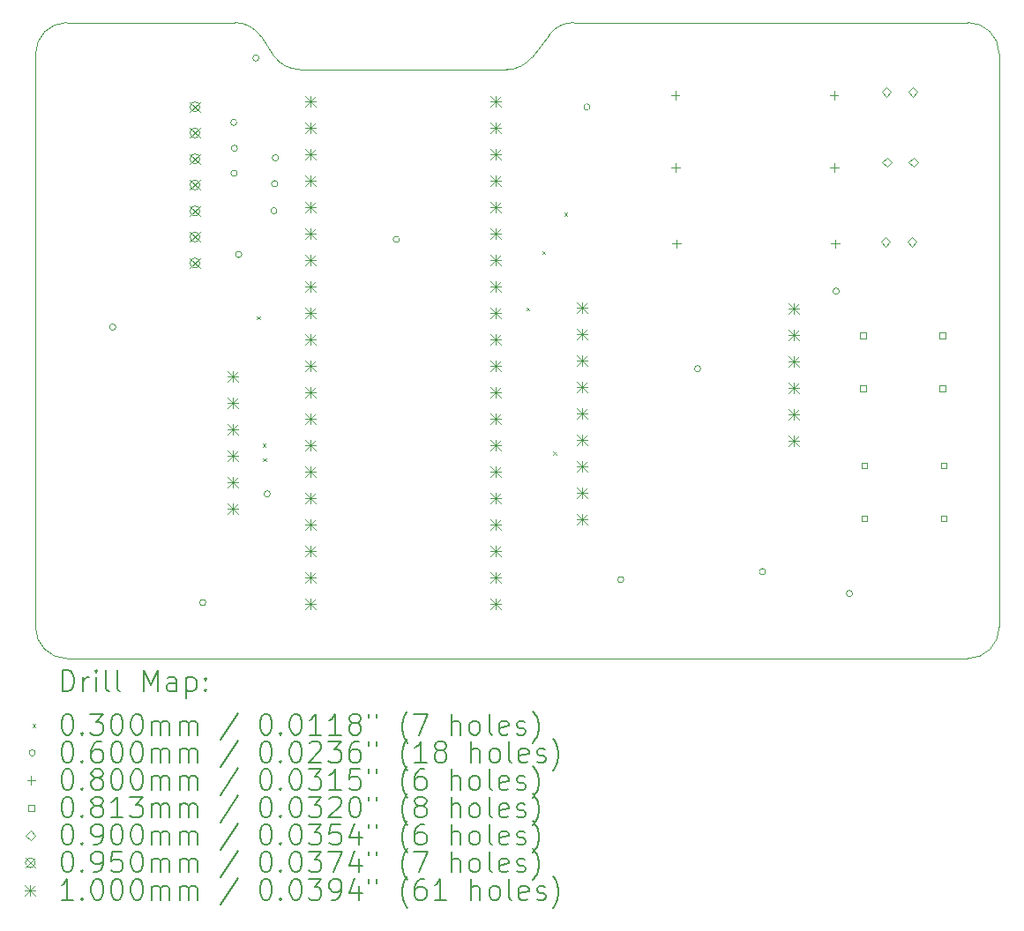
<source format=gbr>
%TF.GenerationSoftware,KiCad,Pcbnew,8.0.9-unknown-202502181922~c4009544a9~ubuntu24.04.1*%
%TF.CreationDate,2025-03-05T23:48:58+05:30*%
%TF.ProjectId,CircuitDesign_AEDTrainer,43697263-7569-4744-9465-7369676e5f41,rev?*%
%TF.SameCoordinates,Original*%
%TF.FileFunction,Drillmap*%
%TF.FilePolarity,Positive*%
%FSLAX45Y45*%
G04 Gerber Fmt 4.5, Leading zero omitted, Abs format (unit mm)*
G04 Created by KiCad (PCBNEW 8.0.9-unknown-202502181922~c4009544a9~ubuntu24.04.1) date 2025-03-05 23:48:58*
%MOMM*%
%LPD*%
G01*
G04 APERTURE LIST*
%ADD10C,0.050000*%
%ADD11C,0.200000*%
%ADD12C,0.100000*%
G04 APERTURE END LIST*
D10*
X13762699Y-6103386D02*
G75*
G02*
X13525073Y-6219839I-237299J183546D01*
G01*
X11537106Y-6217674D02*
G75*
G02*
X11288454Y-6085043I324J300004D01*
G01*
X10915184Y-5767500D02*
G75*
G02*
X11164156Y-5900136I-4J-300000D01*
G01*
X13932425Y-5883954D02*
G75*
G02*
X14169724Y-5767503I237295J-183546D01*
G01*
X14169724Y-5767500D02*
X17952500Y-5767500D01*
X10915184Y-5767500D02*
X9302500Y-5767500D01*
X13762699Y-6103386D02*
X13932425Y-5883954D01*
X11537106Y-6217674D02*
X13525073Y-6219839D01*
X11164159Y-5900134D02*
X11288458Y-6085040D01*
X17952500Y-5767500D02*
G75*
G02*
X18252500Y-6067500I0J-300000D01*
G01*
X18252500Y-11575000D02*
G75*
G02*
X17952500Y-11875000I-300000J0D01*
G01*
X9002500Y-6067500D02*
G75*
G02*
X9302500Y-5767500I300000J0D01*
G01*
X9302500Y-11875000D02*
G75*
G02*
X9002500Y-11575000I0J300000D01*
G01*
X18252500Y-6067500D02*
X18252500Y-11575000D01*
X17952500Y-11875000D02*
X9302500Y-11875000D01*
X9002500Y-11575000D02*
X9002500Y-6067500D01*
D11*
D12*
X11127500Y-8590000D02*
X11157500Y-8620000D01*
X11157500Y-8590000D02*
X11127500Y-8620000D01*
X11182500Y-9812500D02*
X11212500Y-9842500D01*
X11212500Y-9812500D02*
X11182500Y-9842500D01*
X11187500Y-9952500D02*
X11217500Y-9982500D01*
X11217500Y-9952500D02*
X11187500Y-9982500D01*
X13712500Y-8505000D02*
X13742500Y-8535000D01*
X13742500Y-8505000D02*
X13712500Y-8535000D01*
X13865000Y-7962500D02*
X13895000Y-7992500D01*
X13895000Y-7962500D02*
X13865000Y-7992500D01*
X13970000Y-9887500D02*
X14000000Y-9917500D01*
X14000000Y-9887500D02*
X13970000Y-9917500D01*
X14077500Y-7595000D02*
X14107500Y-7625000D01*
X14107500Y-7595000D02*
X14077500Y-7625000D01*
X9772500Y-8692500D02*
G75*
G02*
X9712500Y-8692500I-30000J0D01*
G01*
X9712500Y-8692500D02*
G75*
G02*
X9772500Y-8692500I30000J0D01*
G01*
X10637500Y-11337500D02*
G75*
G02*
X10577500Y-11337500I-30000J0D01*
G01*
X10577500Y-11337500D02*
G75*
G02*
X10637500Y-11337500I30000J0D01*
G01*
X10935000Y-6727500D02*
G75*
G02*
X10875000Y-6727500I-30000J0D01*
G01*
X10875000Y-6727500D02*
G75*
G02*
X10935000Y-6727500I30000J0D01*
G01*
X10937500Y-7215000D02*
G75*
G02*
X10877500Y-7215000I-30000J0D01*
G01*
X10877500Y-7215000D02*
G75*
G02*
X10937500Y-7215000I30000J0D01*
G01*
X10940000Y-6975000D02*
G75*
G02*
X10880000Y-6975000I-30000J0D01*
G01*
X10880000Y-6975000D02*
G75*
G02*
X10940000Y-6975000I30000J0D01*
G01*
X10982500Y-7995000D02*
G75*
G02*
X10922500Y-7995000I-30000J0D01*
G01*
X10922500Y-7995000D02*
G75*
G02*
X10982500Y-7995000I30000J0D01*
G01*
X11147500Y-6107500D02*
G75*
G02*
X11087500Y-6107500I-30000J0D01*
G01*
X11087500Y-6107500D02*
G75*
G02*
X11147500Y-6107500I30000J0D01*
G01*
X11255000Y-10295000D02*
G75*
G02*
X11195000Y-10295000I-30000J0D01*
G01*
X11195000Y-10295000D02*
G75*
G02*
X11255000Y-10295000I30000J0D01*
G01*
X11320000Y-7575000D02*
G75*
G02*
X11260000Y-7575000I-30000J0D01*
G01*
X11260000Y-7575000D02*
G75*
G02*
X11320000Y-7575000I30000J0D01*
G01*
X11327500Y-7315000D02*
G75*
G02*
X11267500Y-7315000I-30000J0D01*
G01*
X11267500Y-7315000D02*
G75*
G02*
X11327500Y-7315000I30000J0D01*
G01*
X11335000Y-7067500D02*
G75*
G02*
X11275000Y-7067500I-30000J0D01*
G01*
X11275000Y-7067500D02*
G75*
G02*
X11335000Y-7067500I30000J0D01*
G01*
X12495000Y-7850000D02*
G75*
G02*
X12435000Y-7850000I-30000J0D01*
G01*
X12435000Y-7850000D02*
G75*
G02*
X12495000Y-7850000I30000J0D01*
G01*
X14325000Y-6577500D02*
G75*
G02*
X14265000Y-6577500I-30000J0D01*
G01*
X14265000Y-6577500D02*
G75*
G02*
X14325000Y-6577500I30000J0D01*
G01*
X14650000Y-11117500D02*
G75*
G02*
X14590000Y-11117500I-30000J0D01*
G01*
X14590000Y-11117500D02*
G75*
G02*
X14650000Y-11117500I30000J0D01*
G01*
X15387500Y-9092500D02*
G75*
G02*
X15327500Y-9092500I-30000J0D01*
G01*
X15327500Y-9092500D02*
G75*
G02*
X15387500Y-9092500I30000J0D01*
G01*
X16010000Y-11040000D02*
G75*
G02*
X15950000Y-11040000I-30000J0D01*
G01*
X15950000Y-11040000D02*
G75*
G02*
X16010000Y-11040000I30000J0D01*
G01*
X16717500Y-8347500D02*
G75*
G02*
X16657500Y-8347500I-30000J0D01*
G01*
X16657500Y-8347500D02*
G75*
G02*
X16717500Y-8347500I30000J0D01*
G01*
X16845000Y-11250000D02*
G75*
G02*
X16785000Y-11250000I-30000J0D01*
G01*
X16785000Y-11250000D02*
G75*
G02*
X16845000Y-11250000I30000J0D01*
G01*
X15143000Y-6427500D02*
X15143000Y-6507500D01*
X15103000Y-6467500D02*
X15183000Y-6467500D01*
X15145500Y-7120000D02*
X15145500Y-7200000D01*
X15105500Y-7160000D02*
X15185500Y-7160000D01*
X15153000Y-7850000D02*
X15153000Y-7930000D01*
X15113000Y-7890000D02*
X15193000Y-7890000D01*
X16667000Y-6427500D02*
X16667000Y-6507500D01*
X16627000Y-6467500D02*
X16707000Y-6467500D01*
X16669500Y-7120000D02*
X16669500Y-7200000D01*
X16629500Y-7160000D02*
X16709500Y-7160000D01*
X16677000Y-7850000D02*
X16677000Y-7930000D01*
X16637000Y-7890000D02*
X16717000Y-7890000D01*
X16975237Y-8799737D02*
X16975237Y-8742263D01*
X16917763Y-8742263D01*
X16917763Y-8799737D01*
X16975237Y-8799737D01*
X16975237Y-9307737D02*
X16975237Y-9250263D01*
X16917763Y-9250263D01*
X16917763Y-9307737D01*
X16975237Y-9307737D01*
X16987737Y-10049737D02*
X16987737Y-9992263D01*
X16930263Y-9992263D01*
X16930263Y-10049737D01*
X16987737Y-10049737D01*
X16987737Y-10557737D02*
X16987737Y-10500263D01*
X16930263Y-10500263D01*
X16930263Y-10557737D01*
X16987737Y-10557737D01*
X17737237Y-8799737D02*
X17737237Y-8742263D01*
X17679763Y-8742263D01*
X17679763Y-8799737D01*
X17737237Y-8799737D01*
X17737237Y-9307737D02*
X17737237Y-9250263D01*
X17679763Y-9250263D01*
X17679763Y-9307737D01*
X17737237Y-9307737D01*
X17749737Y-10049737D02*
X17749737Y-9992263D01*
X17692263Y-9992263D01*
X17692263Y-10049737D01*
X17749737Y-10049737D01*
X17749737Y-10557737D02*
X17749737Y-10500263D01*
X17692263Y-10500263D01*
X17692263Y-10557737D01*
X17749737Y-10557737D01*
X17163000Y-7920000D02*
X17208000Y-7875000D01*
X17163000Y-7830000D01*
X17118000Y-7875000D01*
X17163000Y-7920000D01*
X17168500Y-6480000D02*
X17213500Y-6435000D01*
X17168500Y-6390000D01*
X17123500Y-6435000D01*
X17168500Y-6480000D01*
X17176000Y-7155500D02*
X17221000Y-7110500D01*
X17176000Y-7065500D01*
X17131000Y-7110500D01*
X17176000Y-7155500D01*
X17417000Y-7920000D02*
X17462000Y-7875000D01*
X17417000Y-7830000D01*
X17372000Y-7875000D01*
X17417000Y-7920000D01*
X17422500Y-6480000D02*
X17467500Y-6435000D01*
X17422500Y-6390000D01*
X17377500Y-6435000D01*
X17422500Y-6480000D01*
X17430000Y-7155500D02*
X17475000Y-7110500D01*
X17430000Y-7065500D01*
X17385000Y-7110500D01*
X17430000Y-7155500D01*
X10485000Y-6530000D02*
X10580000Y-6625000D01*
X10580000Y-6530000D02*
X10485000Y-6625000D01*
X10580000Y-6577500D02*
G75*
G02*
X10485000Y-6577500I-47500J0D01*
G01*
X10485000Y-6577500D02*
G75*
G02*
X10580000Y-6577500I47500J0D01*
G01*
X10485000Y-6780000D02*
X10580000Y-6875000D01*
X10580000Y-6780000D02*
X10485000Y-6875000D01*
X10580000Y-6827500D02*
G75*
G02*
X10485000Y-6827500I-47500J0D01*
G01*
X10485000Y-6827500D02*
G75*
G02*
X10580000Y-6827500I47500J0D01*
G01*
X10485000Y-7030000D02*
X10580000Y-7125000D01*
X10580000Y-7030000D02*
X10485000Y-7125000D01*
X10580000Y-7077500D02*
G75*
G02*
X10485000Y-7077500I-47500J0D01*
G01*
X10485000Y-7077500D02*
G75*
G02*
X10580000Y-7077500I47500J0D01*
G01*
X10485000Y-7280000D02*
X10580000Y-7375000D01*
X10580000Y-7280000D02*
X10485000Y-7375000D01*
X10580000Y-7327500D02*
G75*
G02*
X10485000Y-7327500I-47500J0D01*
G01*
X10485000Y-7327500D02*
G75*
G02*
X10580000Y-7327500I47500J0D01*
G01*
X10485000Y-7530000D02*
X10580000Y-7625000D01*
X10580000Y-7530000D02*
X10485000Y-7625000D01*
X10580000Y-7577500D02*
G75*
G02*
X10485000Y-7577500I-47500J0D01*
G01*
X10485000Y-7577500D02*
G75*
G02*
X10580000Y-7577500I47500J0D01*
G01*
X10485000Y-7780000D02*
X10580000Y-7875000D01*
X10580000Y-7780000D02*
X10485000Y-7875000D01*
X10580000Y-7827500D02*
G75*
G02*
X10485000Y-7827500I-47500J0D01*
G01*
X10485000Y-7827500D02*
G75*
G02*
X10580000Y-7827500I47500J0D01*
G01*
X10485000Y-8030000D02*
X10580000Y-8125000D01*
X10580000Y-8030000D02*
X10485000Y-8125000D01*
X10580000Y-8077500D02*
G75*
G02*
X10485000Y-8077500I-47500J0D01*
G01*
X10485000Y-8077500D02*
G75*
G02*
X10580000Y-8077500I47500J0D01*
G01*
X10847500Y-9115000D02*
X10947500Y-9215000D01*
X10947500Y-9115000D02*
X10847500Y-9215000D01*
X10897500Y-9115000D02*
X10897500Y-9215000D01*
X10847500Y-9165000D02*
X10947500Y-9165000D01*
X10847500Y-9369000D02*
X10947500Y-9469000D01*
X10947500Y-9369000D02*
X10847500Y-9469000D01*
X10897500Y-9369000D02*
X10897500Y-9469000D01*
X10847500Y-9419000D02*
X10947500Y-9419000D01*
X10847500Y-9623000D02*
X10947500Y-9723000D01*
X10947500Y-9623000D02*
X10847500Y-9723000D01*
X10897500Y-9623000D02*
X10897500Y-9723000D01*
X10847500Y-9673000D02*
X10947500Y-9673000D01*
X10847500Y-9877000D02*
X10947500Y-9977000D01*
X10947500Y-9877000D02*
X10847500Y-9977000D01*
X10897500Y-9877000D02*
X10897500Y-9977000D01*
X10847500Y-9927000D02*
X10947500Y-9927000D01*
X10847500Y-10131000D02*
X10947500Y-10231000D01*
X10947500Y-10131000D02*
X10847500Y-10231000D01*
X10897500Y-10131000D02*
X10897500Y-10231000D01*
X10847500Y-10181000D02*
X10947500Y-10181000D01*
X10847500Y-10385000D02*
X10947500Y-10485000D01*
X10947500Y-10385000D02*
X10847500Y-10485000D01*
X10897500Y-10385000D02*
X10897500Y-10485000D01*
X10847500Y-10435000D02*
X10947500Y-10435000D01*
X11591120Y-6478120D02*
X11691120Y-6578120D01*
X11691120Y-6478120D02*
X11591120Y-6578120D01*
X11641120Y-6478120D02*
X11641120Y-6578120D01*
X11591120Y-6528120D02*
X11691120Y-6528120D01*
X11591120Y-6732120D02*
X11691120Y-6832120D01*
X11691120Y-6732120D02*
X11591120Y-6832120D01*
X11641120Y-6732120D02*
X11641120Y-6832120D01*
X11591120Y-6782120D02*
X11691120Y-6782120D01*
X11591120Y-6986120D02*
X11691120Y-7086120D01*
X11691120Y-6986120D02*
X11591120Y-7086120D01*
X11641120Y-6986120D02*
X11641120Y-7086120D01*
X11591120Y-7036120D02*
X11691120Y-7036120D01*
X11591120Y-7240120D02*
X11691120Y-7340120D01*
X11691120Y-7240120D02*
X11591120Y-7340120D01*
X11641120Y-7240120D02*
X11641120Y-7340120D01*
X11591120Y-7290120D02*
X11691120Y-7290120D01*
X11591120Y-7494120D02*
X11691120Y-7594120D01*
X11691120Y-7494120D02*
X11591120Y-7594120D01*
X11641120Y-7494120D02*
X11641120Y-7594120D01*
X11591120Y-7544120D02*
X11691120Y-7544120D01*
X11591120Y-7748120D02*
X11691120Y-7848120D01*
X11691120Y-7748120D02*
X11591120Y-7848120D01*
X11641120Y-7748120D02*
X11641120Y-7848120D01*
X11591120Y-7798120D02*
X11691120Y-7798120D01*
X11591120Y-8002120D02*
X11691120Y-8102120D01*
X11691120Y-8002120D02*
X11591120Y-8102120D01*
X11641120Y-8002120D02*
X11641120Y-8102120D01*
X11591120Y-8052120D02*
X11691120Y-8052120D01*
X11591120Y-8256120D02*
X11691120Y-8356120D01*
X11691120Y-8256120D02*
X11591120Y-8356120D01*
X11641120Y-8256120D02*
X11641120Y-8356120D01*
X11591120Y-8306120D02*
X11691120Y-8306120D01*
X11591120Y-8510120D02*
X11691120Y-8610120D01*
X11691120Y-8510120D02*
X11591120Y-8610120D01*
X11641120Y-8510120D02*
X11641120Y-8610120D01*
X11591120Y-8560120D02*
X11691120Y-8560120D01*
X11591120Y-8764120D02*
X11691120Y-8864120D01*
X11691120Y-8764120D02*
X11591120Y-8864120D01*
X11641120Y-8764120D02*
X11641120Y-8864120D01*
X11591120Y-8814120D02*
X11691120Y-8814120D01*
X11591120Y-9018120D02*
X11691120Y-9118120D01*
X11691120Y-9018120D02*
X11591120Y-9118120D01*
X11641120Y-9018120D02*
X11641120Y-9118120D01*
X11591120Y-9068120D02*
X11691120Y-9068120D01*
X11591120Y-9272120D02*
X11691120Y-9372120D01*
X11691120Y-9272120D02*
X11591120Y-9372120D01*
X11641120Y-9272120D02*
X11641120Y-9372120D01*
X11591120Y-9322120D02*
X11691120Y-9322120D01*
X11591120Y-9526120D02*
X11691120Y-9626120D01*
X11691120Y-9526120D02*
X11591120Y-9626120D01*
X11641120Y-9526120D02*
X11641120Y-9626120D01*
X11591120Y-9576120D02*
X11691120Y-9576120D01*
X11591120Y-9780120D02*
X11691120Y-9880120D01*
X11691120Y-9780120D02*
X11591120Y-9880120D01*
X11641120Y-9780120D02*
X11641120Y-9880120D01*
X11591120Y-9830120D02*
X11691120Y-9830120D01*
X11591120Y-10034120D02*
X11691120Y-10134120D01*
X11691120Y-10034120D02*
X11591120Y-10134120D01*
X11641120Y-10034120D02*
X11641120Y-10134120D01*
X11591120Y-10084120D02*
X11691120Y-10084120D01*
X11591120Y-10288120D02*
X11691120Y-10388120D01*
X11691120Y-10288120D02*
X11591120Y-10388120D01*
X11641120Y-10288120D02*
X11641120Y-10388120D01*
X11591120Y-10338120D02*
X11691120Y-10338120D01*
X11591120Y-10542120D02*
X11691120Y-10642120D01*
X11691120Y-10542120D02*
X11591120Y-10642120D01*
X11641120Y-10542120D02*
X11641120Y-10642120D01*
X11591120Y-10592120D02*
X11691120Y-10592120D01*
X11591120Y-10796120D02*
X11691120Y-10896120D01*
X11691120Y-10796120D02*
X11591120Y-10896120D01*
X11641120Y-10796120D02*
X11641120Y-10896120D01*
X11591120Y-10846120D02*
X11691120Y-10846120D01*
X11591120Y-11050120D02*
X11691120Y-11150120D01*
X11691120Y-11050120D02*
X11591120Y-11150120D01*
X11641120Y-11050120D02*
X11641120Y-11150120D01*
X11591120Y-11100120D02*
X11691120Y-11100120D01*
X11591120Y-11304120D02*
X11691120Y-11404120D01*
X11691120Y-11304120D02*
X11591120Y-11404120D01*
X11641120Y-11304120D02*
X11641120Y-11404120D01*
X11591120Y-11354120D02*
X11691120Y-11354120D01*
X13369120Y-6478120D02*
X13469120Y-6578120D01*
X13469120Y-6478120D02*
X13369120Y-6578120D01*
X13419120Y-6478120D02*
X13419120Y-6578120D01*
X13369120Y-6528120D02*
X13469120Y-6528120D01*
X13369120Y-6732120D02*
X13469120Y-6832120D01*
X13469120Y-6732120D02*
X13369120Y-6832120D01*
X13419120Y-6732120D02*
X13419120Y-6832120D01*
X13369120Y-6782120D02*
X13469120Y-6782120D01*
X13369120Y-6986120D02*
X13469120Y-7086120D01*
X13469120Y-6986120D02*
X13369120Y-7086120D01*
X13419120Y-6986120D02*
X13419120Y-7086120D01*
X13369120Y-7036120D02*
X13469120Y-7036120D01*
X13369120Y-7240120D02*
X13469120Y-7340120D01*
X13469120Y-7240120D02*
X13369120Y-7340120D01*
X13419120Y-7240120D02*
X13419120Y-7340120D01*
X13369120Y-7290120D02*
X13469120Y-7290120D01*
X13369120Y-7494120D02*
X13469120Y-7594120D01*
X13469120Y-7494120D02*
X13369120Y-7594120D01*
X13419120Y-7494120D02*
X13419120Y-7594120D01*
X13369120Y-7544120D02*
X13469120Y-7544120D01*
X13369120Y-7748120D02*
X13469120Y-7848120D01*
X13469120Y-7748120D02*
X13369120Y-7848120D01*
X13419120Y-7748120D02*
X13419120Y-7848120D01*
X13369120Y-7798120D02*
X13469120Y-7798120D01*
X13369120Y-8002120D02*
X13469120Y-8102120D01*
X13469120Y-8002120D02*
X13369120Y-8102120D01*
X13419120Y-8002120D02*
X13419120Y-8102120D01*
X13369120Y-8052120D02*
X13469120Y-8052120D01*
X13369120Y-8256120D02*
X13469120Y-8356120D01*
X13469120Y-8256120D02*
X13369120Y-8356120D01*
X13419120Y-8256120D02*
X13419120Y-8356120D01*
X13369120Y-8306120D02*
X13469120Y-8306120D01*
X13369120Y-8510120D02*
X13469120Y-8610120D01*
X13469120Y-8510120D02*
X13369120Y-8610120D01*
X13419120Y-8510120D02*
X13419120Y-8610120D01*
X13369120Y-8560120D02*
X13469120Y-8560120D01*
X13369120Y-8764120D02*
X13469120Y-8864120D01*
X13469120Y-8764120D02*
X13369120Y-8864120D01*
X13419120Y-8764120D02*
X13419120Y-8864120D01*
X13369120Y-8814120D02*
X13469120Y-8814120D01*
X13369120Y-9018120D02*
X13469120Y-9118120D01*
X13469120Y-9018120D02*
X13369120Y-9118120D01*
X13419120Y-9018120D02*
X13419120Y-9118120D01*
X13369120Y-9068120D02*
X13469120Y-9068120D01*
X13369120Y-9272120D02*
X13469120Y-9372120D01*
X13469120Y-9272120D02*
X13369120Y-9372120D01*
X13419120Y-9272120D02*
X13419120Y-9372120D01*
X13369120Y-9322120D02*
X13469120Y-9322120D01*
X13369120Y-9526120D02*
X13469120Y-9626120D01*
X13469120Y-9526120D02*
X13369120Y-9626120D01*
X13419120Y-9526120D02*
X13419120Y-9626120D01*
X13369120Y-9576120D02*
X13469120Y-9576120D01*
X13369120Y-9780120D02*
X13469120Y-9880120D01*
X13469120Y-9780120D02*
X13369120Y-9880120D01*
X13419120Y-9780120D02*
X13419120Y-9880120D01*
X13369120Y-9830120D02*
X13469120Y-9830120D01*
X13369120Y-10034120D02*
X13469120Y-10134120D01*
X13469120Y-10034120D02*
X13369120Y-10134120D01*
X13419120Y-10034120D02*
X13419120Y-10134120D01*
X13369120Y-10084120D02*
X13469120Y-10084120D01*
X13369120Y-10288120D02*
X13469120Y-10388120D01*
X13469120Y-10288120D02*
X13369120Y-10388120D01*
X13419120Y-10288120D02*
X13419120Y-10388120D01*
X13369120Y-10338120D02*
X13469120Y-10338120D01*
X13369120Y-10542120D02*
X13469120Y-10642120D01*
X13469120Y-10542120D02*
X13369120Y-10642120D01*
X13419120Y-10542120D02*
X13419120Y-10642120D01*
X13369120Y-10592120D02*
X13469120Y-10592120D01*
X13369120Y-10796120D02*
X13469120Y-10896120D01*
X13469120Y-10796120D02*
X13369120Y-10896120D01*
X13419120Y-10796120D02*
X13419120Y-10896120D01*
X13369120Y-10846120D02*
X13469120Y-10846120D01*
X13369120Y-11050120D02*
X13469120Y-11150120D01*
X13469120Y-11050120D02*
X13369120Y-11150120D01*
X13419120Y-11050120D02*
X13419120Y-11150120D01*
X13369120Y-11100120D02*
X13469120Y-11100120D01*
X13369120Y-11304120D02*
X13469120Y-11404120D01*
X13469120Y-11304120D02*
X13369120Y-11404120D01*
X13419120Y-11304120D02*
X13419120Y-11404120D01*
X13369120Y-11354120D02*
X13469120Y-11354120D01*
X14200000Y-8458000D02*
X14300000Y-8558000D01*
X14300000Y-8458000D02*
X14200000Y-8558000D01*
X14250000Y-8458000D02*
X14250000Y-8558000D01*
X14200000Y-8508000D02*
X14300000Y-8508000D01*
X14200000Y-8712000D02*
X14300000Y-8812000D01*
X14300000Y-8712000D02*
X14200000Y-8812000D01*
X14250000Y-8712000D02*
X14250000Y-8812000D01*
X14200000Y-8762000D02*
X14300000Y-8762000D01*
X14200000Y-8966000D02*
X14300000Y-9066000D01*
X14300000Y-8966000D02*
X14200000Y-9066000D01*
X14250000Y-8966000D02*
X14250000Y-9066000D01*
X14200000Y-9016000D02*
X14300000Y-9016000D01*
X14200000Y-9220000D02*
X14300000Y-9320000D01*
X14300000Y-9220000D02*
X14200000Y-9320000D01*
X14250000Y-9220000D02*
X14250000Y-9320000D01*
X14200000Y-9270000D02*
X14300000Y-9270000D01*
X14200000Y-9474000D02*
X14300000Y-9574000D01*
X14300000Y-9474000D02*
X14200000Y-9574000D01*
X14250000Y-9474000D02*
X14250000Y-9574000D01*
X14200000Y-9524000D02*
X14300000Y-9524000D01*
X14200000Y-9728000D02*
X14300000Y-9828000D01*
X14300000Y-9728000D02*
X14200000Y-9828000D01*
X14250000Y-9728000D02*
X14250000Y-9828000D01*
X14200000Y-9778000D02*
X14300000Y-9778000D01*
X14200000Y-9982000D02*
X14300000Y-10082000D01*
X14300000Y-9982000D02*
X14200000Y-10082000D01*
X14250000Y-9982000D02*
X14250000Y-10082000D01*
X14200000Y-10032000D02*
X14300000Y-10032000D01*
X14200000Y-10236000D02*
X14300000Y-10336000D01*
X14300000Y-10236000D02*
X14200000Y-10336000D01*
X14250000Y-10236000D02*
X14250000Y-10336000D01*
X14200000Y-10286000D02*
X14300000Y-10286000D01*
X14200000Y-10490000D02*
X14300000Y-10590000D01*
X14300000Y-10490000D02*
X14200000Y-10590000D01*
X14250000Y-10490000D02*
X14250000Y-10590000D01*
X14200000Y-10540000D02*
X14300000Y-10540000D01*
X16232500Y-8462500D02*
X16332500Y-8562500D01*
X16332500Y-8462500D02*
X16232500Y-8562500D01*
X16282500Y-8462500D02*
X16282500Y-8562500D01*
X16232500Y-8512500D02*
X16332500Y-8512500D01*
X16232500Y-8716500D02*
X16332500Y-8816500D01*
X16332500Y-8716500D02*
X16232500Y-8816500D01*
X16282500Y-8716500D02*
X16282500Y-8816500D01*
X16232500Y-8766500D02*
X16332500Y-8766500D01*
X16232500Y-8970500D02*
X16332500Y-9070500D01*
X16332500Y-8970500D02*
X16232500Y-9070500D01*
X16282500Y-8970500D02*
X16282500Y-9070500D01*
X16232500Y-9020500D02*
X16332500Y-9020500D01*
X16232500Y-9224500D02*
X16332500Y-9324500D01*
X16332500Y-9224500D02*
X16232500Y-9324500D01*
X16282500Y-9224500D02*
X16282500Y-9324500D01*
X16232500Y-9274500D02*
X16332500Y-9274500D01*
X16232500Y-9478500D02*
X16332500Y-9578500D01*
X16332500Y-9478500D02*
X16232500Y-9578500D01*
X16282500Y-9478500D02*
X16282500Y-9578500D01*
X16232500Y-9528500D02*
X16332500Y-9528500D01*
X16232500Y-9732500D02*
X16332500Y-9832500D01*
X16332500Y-9732500D02*
X16232500Y-9832500D01*
X16282500Y-9732500D02*
X16282500Y-9832500D01*
X16232500Y-9782500D02*
X16332500Y-9782500D01*
D11*
X9260777Y-12188984D02*
X9260777Y-11988984D01*
X9260777Y-11988984D02*
X9308396Y-11988984D01*
X9308396Y-11988984D02*
X9336967Y-11998508D01*
X9336967Y-11998508D02*
X9356015Y-12017555D01*
X9356015Y-12017555D02*
X9365539Y-12036603D01*
X9365539Y-12036603D02*
X9375063Y-12074698D01*
X9375063Y-12074698D02*
X9375063Y-12103269D01*
X9375063Y-12103269D02*
X9365539Y-12141365D01*
X9365539Y-12141365D02*
X9356015Y-12160412D01*
X9356015Y-12160412D02*
X9336967Y-12179460D01*
X9336967Y-12179460D02*
X9308396Y-12188984D01*
X9308396Y-12188984D02*
X9260777Y-12188984D01*
X9460777Y-12188984D02*
X9460777Y-12055650D01*
X9460777Y-12093746D02*
X9470301Y-12074698D01*
X9470301Y-12074698D02*
X9479824Y-12065174D01*
X9479824Y-12065174D02*
X9498872Y-12055650D01*
X9498872Y-12055650D02*
X9517920Y-12055650D01*
X9584586Y-12188984D02*
X9584586Y-12055650D01*
X9584586Y-11988984D02*
X9575063Y-11998508D01*
X9575063Y-11998508D02*
X9584586Y-12008031D01*
X9584586Y-12008031D02*
X9594110Y-11998508D01*
X9594110Y-11998508D02*
X9584586Y-11988984D01*
X9584586Y-11988984D02*
X9584586Y-12008031D01*
X9708396Y-12188984D02*
X9689348Y-12179460D01*
X9689348Y-12179460D02*
X9679824Y-12160412D01*
X9679824Y-12160412D02*
X9679824Y-11988984D01*
X9813158Y-12188984D02*
X9794110Y-12179460D01*
X9794110Y-12179460D02*
X9784586Y-12160412D01*
X9784586Y-12160412D02*
X9784586Y-11988984D01*
X10041729Y-12188984D02*
X10041729Y-11988984D01*
X10041729Y-11988984D02*
X10108396Y-12131841D01*
X10108396Y-12131841D02*
X10175063Y-11988984D01*
X10175063Y-11988984D02*
X10175063Y-12188984D01*
X10356015Y-12188984D02*
X10356015Y-12084222D01*
X10356015Y-12084222D02*
X10346491Y-12065174D01*
X10346491Y-12065174D02*
X10327444Y-12055650D01*
X10327444Y-12055650D02*
X10289348Y-12055650D01*
X10289348Y-12055650D02*
X10270301Y-12065174D01*
X10356015Y-12179460D02*
X10336967Y-12188984D01*
X10336967Y-12188984D02*
X10289348Y-12188984D01*
X10289348Y-12188984D02*
X10270301Y-12179460D01*
X10270301Y-12179460D02*
X10260777Y-12160412D01*
X10260777Y-12160412D02*
X10260777Y-12141365D01*
X10260777Y-12141365D02*
X10270301Y-12122317D01*
X10270301Y-12122317D02*
X10289348Y-12112793D01*
X10289348Y-12112793D02*
X10336967Y-12112793D01*
X10336967Y-12112793D02*
X10356015Y-12103269D01*
X10451253Y-12055650D02*
X10451253Y-12255650D01*
X10451253Y-12065174D02*
X10470301Y-12055650D01*
X10470301Y-12055650D02*
X10508396Y-12055650D01*
X10508396Y-12055650D02*
X10527444Y-12065174D01*
X10527444Y-12065174D02*
X10536967Y-12074698D01*
X10536967Y-12074698D02*
X10546491Y-12093746D01*
X10546491Y-12093746D02*
X10546491Y-12150888D01*
X10546491Y-12150888D02*
X10536967Y-12169936D01*
X10536967Y-12169936D02*
X10527444Y-12179460D01*
X10527444Y-12179460D02*
X10508396Y-12188984D01*
X10508396Y-12188984D02*
X10470301Y-12188984D01*
X10470301Y-12188984D02*
X10451253Y-12179460D01*
X10632205Y-12169936D02*
X10641729Y-12179460D01*
X10641729Y-12179460D02*
X10632205Y-12188984D01*
X10632205Y-12188984D02*
X10622682Y-12179460D01*
X10622682Y-12179460D02*
X10632205Y-12169936D01*
X10632205Y-12169936D02*
X10632205Y-12188984D01*
X10632205Y-12065174D02*
X10641729Y-12074698D01*
X10641729Y-12074698D02*
X10632205Y-12084222D01*
X10632205Y-12084222D02*
X10622682Y-12074698D01*
X10622682Y-12074698D02*
X10632205Y-12065174D01*
X10632205Y-12065174D02*
X10632205Y-12084222D01*
D12*
X8970000Y-12502500D02*
X9000000Y-12532500D01*
X9000000Y-12502500D02*
X8970000Y-12532500D01*
D11*
X9298872Y-12408984D02*
X9317920Y-12408984D01*
X9317920Y-12408984D02*
X9336967Y-12418508D01*
X9336967Y-12418508D02*
X9346491Y-12428031D01*
X9346491Y-12428031D02*
X9356015Y-12447079D01*
X9356015Y-12447079D02*
X9365539Y-12485174D01*
X9365539Y-12485174D02*
X9365539Y-12532793D01*
X9365539Y-12532793D02*
X9356015Y-12570888D01*
X9356015Y-12570888D02*
X9346491Y-12589936D01*
X9346491Y-12589936D02*
X9336967Y-12599460D01*
X9336967Y-12599460D02*
X9317920Y-12608984D01*
X9317920Y-12608984D02*
X9298872Y-12608984D01*
X9298872Y-12608984D02*
X9279824Y-12599460D01*
X9279824Y-12599460D02*
X9270301Y-12589936D01*
X9270301Y-12589936D02*
X9260777Y-12570888D01*
X9260777Y-12570888D02*
X9251253Y-12532793D01*
X9251253Y-12532793D02*
X9251253Y-12485174D01*
X9251253Y-12485174D02*
X9260777Y-12447079D01*
X9260777Y-12447079D02*
X9270301Y-12428031D01*
X9270301Y-12428031D02*
X9279824Y-12418508D01*
X9279824Y-12418508D02*
X9298872Y-12408984D01*
X9451253Y-12589936D02*
X9460777Y-12599460D01*
X9460777Y-12599460D02*
X9451253Y-12608984D01*
X9451253Y-12608984D02*
X9441729Y-12599460D01*
X9441729Y-12599460D02*
X9451253Y-12589936D01*
X9451253Y-12589936D02*
X9451253Y-12608984D01*
X9527444Y-12408984D02*
X9651253Y-12408984D01*
X9651253Y-12408984D02*
X9584586Y-12485174D01*
X9584586Y-12485174D02*
X9613158Y-12485174D01*
X9613158Y-12485174D02*
X9632205Y-12494698D01*
X9632205Y-12494698D02*
X9641729Y-12504222D01*
X9641729Y-12504222D02*
X9651253Y-12523269D01*
X9651253Y-12523269D02*
X9651253Y-12570888D01*
X9651253Y-12570888D02*
X9641729Y-12589936D01*
X9641729Y-12589936D02*
X9632205Y-12599460D01*
X9632205Y-12599460D02*
X9613158Y-12608984D01*
X9613158Y-12608984D02*
X9556015Y-12608984D01*
X9556015Y-12608984D02*
X9536967Y-12599460D01*
X9536967Y-12599460D02*
X9527444Y-12589936D01*
X9775063Y-12408984D02*
X9794110Y-12408984D01*
X9794110Y-12408984D02*
X9813158Y-12418508D01*
X9813158Y-12418508D02*
X9822682Y-12428031D01*
X9822682Y-12428031D02*
X9832205Y-12447079D01*
X9832205Y-12447079D02*
X9841729Y-12485174D01*
X9841729Y-12485174D02*
X9841729Y-12532793D01*
X9841729Y-12532793D02*
X9832205Y-12570888D01*
X9832205Y-12570888D02*
X9822682Y-12589936D01*
X9822682Y-12589936D02*
X9813158Y-12599460D01*
X9813158Y-12599460D02*
X9794110Y-12608984D01*
X9794110Y-12608984D02*
X9775063Y-12608984D01*
X9775063Y-12608984D02*
X9756015Y-12599460D01*
X9756015Y-12599460D02*
X9746491Y-12589936D01*
X9746491Y-12589936D02*
X9736967Y-12570888D01*
X9736967Y-12570888D02*
X9727444Y-12532793D01*
X9727444Y-12532793D02*
X9727444Y-12485174D01*
X9727444Y-12485174D02*
X9736967Y-12447079D01*
X9736967Y-12447079D02*
X9746491Y-12428031D01*
X9746491Y-12428031D02*
X9756015Y-12418508D01*
X9756015Y-12418508D02*
X9775063Y-12408984D01*
X9965539Y-12408984D02*
X9984586Y-12408984D01*
X9984586Y-12408984D02*
X10003634Y-12418508D01*
X10003634Y-12418508D02*
X10013158Y-12428031D01*
X10013158Y-12428031D02*
X10022682Y-12447079D01*
X10022682Y-12447079D02*
X10032205Y-12485174D01*
X10032205Y-12485174D02*
X10032205Y-12532793D01*
X10032205Y-12532793D02*
X10022682Y-12570888D01*
X10022682Y-12570888D02*
X10013158Y-12589936D01*
X10013158Y-12589936D02*
X10003634Y-12599460D01*
X10003634Y-12599460D02*
X9984586Y-12608984D01*
X9984586Y-12608984D02*
X9965539Y-12608984D01*
X9965539Y-12608984D02*
X9946491Y-12599460D01*
X9946491Y-12599460D02*
X9936967Y-12589936D01*
X9936967Y-12589936D02*
X9927444Y-12570888D01*
X9927444Y-12570888D02*
X9917920Y-12532793D01*
X9917920Y-12532793D02*
X9917920Y-12485174D01*
X9917920Y-12485174D02*
X9927444Y-12447079D01*
X9927444Y-12447079D02*
X9936967Y-12428031D01*
X9936967Y-12428031D02*
X9946491Y-12418508D01*
X9946491Y-12418508D02*
X9965539Y-12408984D01*
X10117920Y-12608984D02*
X10117920Y-12475650D01*
X10117920Y-12494698D02*
X10127444Y-12485174D01*
X10127444Y-12485174D02*
X10146491Y-12475650D01*
X10146491Y-12475650D02*
X10175063Y-12475650D01*
X10175063Y-12475650D02*
X10194110Y-12485174D01*
X10194110Y-12485174D02*
X10203634Y-12504222D01*
X10203634Y-12504222D02*
X10203634Y-12608984D01*
X10203634Y-12504222D02*
X10213158Y-12485174D01*
X10213158Y-12485174D02*
X10232205Y-12475650D01*
X10232205Y-12475650D02*
X10260777Y-12475650D01*
X10260777Y-12475650D02*
X10279825Y-12485174D01*
X10279825Y-12485174D02*
X10289348Y-12504222D01*
X10289348Y-12504222D02*
X10289348Y-12608984D01*
X10384586Y-12608984D02*
X10384586Y-12475650D01*
X10384586Y-12494698D02*
X10394110Y-12485174D01*
X10394110Y-12485174D02*
X10413158Y-12475650D01*
X10413158Y-12475650D02*
X10441729Y-12475650D01*
X10441729Y-12475650D02*
X10460777Y-12485174D01*
X10460777Y-12485174D02*
X10470301Y-12504222D01*
X10470301Y-12504222D02*
X10470301Y-12608984D01*
X10470301Y-12504222D02*
X10479825Y-12485174D01*
X10479825Y-12485174D02*
X10498872Y-12475650D01*
X10498872Y-12475650D02*
X10527444Y-12475650D01*
X10527444Y-12475650D02*
X10546491Y-12485174D01*
X10546491Y-12485174D02*
X10556015Y-12504222D01*
X10556015Y-12504222D02*
X10556015Y-12608984D01*
X10946491Y-12399460D02*
X10775063Y-12656603D01*
X11203634Y-12408984D02*
X11222682Y-12408984D01*
X11222682Y-12408984D02*
X11241729Y-12418508D01*
X11241729Y-12418508D02*
X11251253Y-12428031D01*
X11251253Y-12428031D02*
X11260777Y-12447079D01*
X11260777Y-12447079D02*
X11270301Y-12485174D01*
X11270301Y-12485174D02*
X11270301Y-12532793D01*
X11270301Y-12532793D02*
X11260777Y-12570888D01*
X11260777Y-12570888D02*
X11251253Y-12589936D01*
X11251253Y-12589936D02*
X11241729Y-12599460D01*
X11241729Y-12599460D02*
X11222682Y-12608984D01*
X11222682Y-12608984D02*
X11203634Y-12608984D01*
X11203634Y-12608984D02*
X11184587Y-12599460D01*
X11184587Y-12599460D02*
X11175063Y-12589936D01*
X11175063Y-12589936D02*
X11165539Y-12570888D01*
X11165539Y-12570888D02*
X11156015Y-12532793D01*
X11156015Y-12532793D02*
X11156015Y-12485174D01*
X11156015Y-12485174D02*
X11165539Y-12447079D01*
X11165539Y-12447079D02*
X11175063Y-12428031D01*
X11175063Y-12428031D02*
X11184587Y-12418508D01*
X11184587Y-12418508D02*
X11203634Y-12408984D01*
X11356015Y-12589936D02*
X11365539Y-12599460D01*
X11365539Y-12599460D02*
X11356015Y-12608984D01*
X11356015Y-12608984D02*
X11346491Y-12599460D01*
X11346491Y-12599460D02*
X11356015Y-12589936D01*
X11356015Y-12589936D02*
X11356015Y-12608984D01*
X11489348Y-12408984D02*
X11508396Y-12408984D01*
X11508396Y-12408984D02*
X11527444Y-12418508D01*
X11527444Y-12418508D02*
X11536967Y-12428031D01*
X11536967Y-12428031D02*
X11546491Y-12447079D01*
X11546491Y-12447079D02*
X11556015Y-12485174D01*
X11556015Y-12485174D02*
X11556015Y-12532793D01*
X11556015Y-12532793D02*
X11546491Y-12570888D01*
X11546491Y-12570888D02*
X11536967Y-12589936D01*
X11536967Y-12589936D02*
X11527444Y-12599460D01*
X11527444Y-12599460D02*
X11508396Y-12608984D01*
X11508396Y-12608984D02*
X11489348Y-12608984D01*
X11489348Y-12608984D02*
X11470301Y-12599460D01*
X11470301Y-12599460D02*
X11460777Y-12589936D01*
X11460777Y-12589936D02*
X11451253Y-12570888D01*
X11451253Y-12570888D02*
X11441729Y-12532793D01*
X11441729Y-12532793D02*
X11441729Y-12485174D01*
X11441729Y-12485174D02*
X11451253Y-12447079D01*
X11451253Y-12447079D02*
X11460777Y-12428031D01*
X11460777Y-12428031D02*
X11470301Y-12418508D01*
X11470301Y-12418508D02*
X11489348Y-12408984D01*
X11746491Y-12608984D02*
X11632206Y-12608984D01*
X11689348Y-12608984D02*
X11689348Y-12408984D01*
X11689348Y-12408984D02*
X11670301Y-12437555D01*
X11670301Y-12437555D02*
X11651253Y-12456603D01*
X11651253Y-12456603D02*
X11632206Y-12466127D01*
X11936967Y-12608984D02*
X11822682Y-12608984D01*
X11879825Y-12608984D02*
X11879825Y-12408984D01*
X11879825Y-12408984D02*
X11860777Y-12437555D01*
X11860777Y-12437555D02*
X11841729Y-12456603D01*
X11841729Y-12456603D02*
X11822682Y-12466127D01*
X12051253Y-12494698D02*
X12032206Y-12485174D01*
X12032206Y-12485174D02*
X12022682Y-12475650D01*
X12022682Y-12475650D02*
X12013158Y-12456603D01*
X12013158Y-12456603D02*
X12013158Y-12447079D01*
X12013158Y-12447079D02*
X12022682Y-12428031D01*
X12022682Y-12428031D02*
X12032206Y-12418508D01*
X12032206Y-12418508D02*
X12051253Y-12408984D01*
X12051253Y-12408984D02*
X12089348Y-12408984D01*
X12089348Y-12408984D02*
X12108396Y-12418508D01*
X12108396Y-12418508D02*
X12117920Y-12428031D01*
X12117920Y-12428031D02*
X12127444Y-12447079D01*
X12127444Y-12447079D02*
X12127444Y-12456603D01*
X12127444Y-12456603D02*
X12117920Y-12475650D01*
X12117920Y-12475650D02*
X12108396Y-12485174D01*
X12108396Y-12485174D02*
X12089348Y-12494698D01*
X12089348Y-12494698D02*
X12051253Y-12494698D01*
X12051253Y-12494698D02*
X12032206Y-12504222D01*
X12032206Y-12504222D02*
X12022682Y-12513746D01*
X12022682Y-12513746D02*
X12013158Y-12532793D01*
X12013158Y-12532793D02*
X12013158Y-12570888D01*
X12013158Y-12570888D02*
X12022682Y-12589936D01*
X12022682Y-12589936D02*
X12032206Y-12599460D01*
X12032206Y-12599460D02*
X12051253Y-12608984D01*
X12051253Y-12608984D02*
X12089348Y-12608984D01*
X12089348Y-12608984D02*
X12108396Y-12599460D01*
X12108396Y-12599460D02*
X12117920Y-12589936D01*
X12117920Y-12589936D02*
X12127444Y-12570888D01*
X12127444Y-12570888D02*
X12127444Y-12532793D01*
X12127444Y-12532793D02*
X12117920Y-12513746D01*
X12117920Y-12513746D02*
X12108396Y-12504222D01*
X12108396Y-12504222D02*
X12089348Y-12494698D01*
X12203634Y-12408984D02*
X12203634Y-12447079D01*
X12279825Y-12408984D02*
X12279825Y-12447079D01*
X12575063Y-12685174D02*
X12565539Y-12675650D01*
X12565539Y-12675650D02*
X12546491Y-12647079D01*
X12546491Y-12647079D02*
X12536968Y-12628031D01*
X12536968Y-12628031D02*
X12527444Y-12599460D01*
X12527444Y-12599460D02*
X12517920Y-12551841D01*
X12517920Y-12551841D02*
X12517920Y-12513746D01*
X12517920Y-12513746D02*
X12527444Y-12466127D01*
X12527444Y-12466127D02*
X12536968Y-12437555D01*
X12536968Y-12437555D02*
X12546491Y-12418508D01*
X12546491Y-12418508D02*
X12565539Y-12389936D01*
X12565539Y-12389936D02*
X12575063Y-12380412D01*
X12632206Y-12408984D02*
X12765539Y-12408984D01*
X12765539Y-12408984D02*
X12679825Y-12608984D01*
X12994110Y-12608984D02*
X12994110Y-12408984D01*
X13079825Y-12608984D02*
X13079825Y-12504222D01*
X13079825Y-12504222D02*
X13070301Y-12485174D01*
X13070301Y-12485174D02*
X13051253Y-12475650D01*
X13051253Y-12475650D02*
X13022682Y-12475650D01*
X13022682Y-12475650D02*
X13003634Y-12485174D01*
X13003634Y-12485174D02*
X12994110Y-12494698D01*
X13203634Y-12608984D02*
X13184587Y-12599460D01*
X13184587Y-12599460D02*
X13175063Y-12589936D01*
X13175063Y-12589936D02*
X13165539Y-12570888D01*
X13165539Y-12570888D02*
X13165539Y-12513746D01*
X13165539Y-12513746D02*
X13175063Y-12494698D01*
X13175063Y-12494698D02*
X13184587Y-12485174D01*
X13184587Y-12485174D02*
X13203634Y-12475650D01*
X13203634Y-12475650D02*
X13232206Y-12475650D01*
X13232206Y-12475650D02*
X13251253Y-12485174D01*
X13251253Y-12485174D02*
X13260777Y-12494698D01*
X13260777Y-12494698D02*
X13270301Y-12513746D01*
X13270301Y-12513746D02*
X13270301Y-12570888D01*
X13270301Y-12570888D02*
X13260777Y-12589936D01*
X13260777Y-12589936D02*
X13251253Y-12599460D01*
X13251253Y-12599460D02*
X13232206Y-12608984D01*
X13232206Y-12608984D02*
X13203634Y-12608984D01*
X13384587Y-12608984D02*
X13365539Y-12599460D01*
X13365539Y-12599460D02*
X13356015Y-12580412D01*
X13356015Y-12580412D02*
X13356015Y-12408984D01*
X13536968Y-12599460D02*
X13517920Y-12608984D01*
X13517920Y-12608984D02*
X13479825Y-12608984D01*
X13479825Y-12608984D02*
X13460777Y-12599460D01*
X13460777Y-12599460D02*
X13451253Y-12580412D01*
X13451253Y-12580412D02*
X13451253Y-12504222D01*
X13451253Y-12504222D02*
X13460777Y-12485174D01*
X13460777Y-12485174D02*
X13479825Y-12475650D01*
X13479825Y-12475650D02*
X13517920Y-12475650D01*
X13517920Y-12475650D02*
X13536968Y-12485174D01*
X13536968Y-12485174D02*
X13546491Y-12504222D01*
X13546491Y-12504222D02*
X13546491Y-12523269D01*
X13546491Y-12523269D02*
X13451253Y-12542317D01*
X13622682Y-12599460D02*
X13641730Y-12608984D01*
X13641730Y-12608984D02*
X13679825Y-12608984D01*
X13679825Y-12608984D02*
X13698872Y-12599460D01*
X13698872Y-12599460D02*
X13708396Y-12580412D01*
X13708396Y-12580412D02*
X13708396Y-12570888D01*
X13708396Y-12570888D02*
X13698872Y-12551841D01*
X13698872Y-12551841D02*
X13679825Y-12542317D01*
X13679825Y-12542317D02*
X13651253Y-12542317D01*
X13651253Y-12542317D02*
X13632206Y-12532793D01*
X13632206Y-12532793D02*
X13622682Y-12513746D01*
X13622682Y-12513746D02*
X13622682Y-12504222D01*
X13622682Y-12504222D02*
X13632206Y-12485174D01*
X13632206Y-12485174D02*
X13651253Y-12475650D01*
X13651253Y-12475650D02*
X13679825Y-12475650D01*
X13679825Y-12475650D02*
X13698872Y-12485174D01*
X13775063Y-12685174D02*
X13784587Y-12675650D01*
X13784587Y-12675650D02*
X13803634Y-12647079D01*
X13803634Y-12647079D02*
X13813158Y-12628031D01*
X13813158Y-12628031D02*
X13822682Y-12599460D01*
X13822682Y-12599460D02*
X13832206Y-12551841D01*
X13832206Y-12551841D02*
X13832206Y-12513746D01*
X13832206Y-12513746D02*
X13822682Y-12466127D01*
X13822682Y-12466127D02*
X13813158Y-12437555D01*
X13813158Y-12437555D02*
X13803634Y-12418508D01*
X13803634Y-12418508D02*
X13784587Y-12389936D01*
X13784587Y-12389936D02*
X13775063Y-12380412D01*
D12*
X9000000Y-12781500D02*
G75*
G02*
X8940000Y-12781500I-30000J0D01*
G01*
X8940000Y-12781500D02*
G75*
G02*
X9000000Y-12781500I30000J0D01*
G01*
D11*
X9298872Y-12672984D02*
X9317920Y-12672984D01*
X9317920Y-12672984D02*
X9336967Y-12682508D01*
X9336967Y-12682508D02*
X9346491Y-12692031D01*
X9346491Y-12692031D02*
X9356015Y-12711079D01*
X9356015Y-12711079D02*
X9365539Y-12749174D01*
X9365539Y-12749174D02*
X9365539Y-12796793D01*
X9365539Y-12796793D02*
X9356015Y-12834888D01*
X9356015Y-12834888D02*
X9346491Y-12853936D01*
X9346491Y-12853936D02*
X9336967Y-12863460D01*
X9336967Y-12863460D02*
X9317920Y-12872984D01*
X9317920Y-12872984D02*
X9298872Y-12872984D01*
X9298872Y-12872984D02*
X9279824Y-12863460D01*
X9279824Y-12863460D02*
X9270301Y-12853936D01*
X9270301Y-12853936D02*
X9260777Y-12834888D01*
X9260777Y-12834888D02*
X9251253Y-12796793D01*
X9251253Y-12796793D02*
X9251253Y-12749174D01*
X9251253Y-12749174D02*
X9260777Y-12711079D01*
X9260777Y-12711079D02*
X9270301Y-12692031D01*
X9270301Y-12692031D02*
X9279824Y-12682508D01*
X9279824Y-12682508D02*
X9298872Y-12672984D01*
X9451253Y-12853936D02*
X9460777Y-12863460D01*
X9460777Y-12863460D02*
X9451253Y-12872984D01*
X9451253Y-12872984D02*
X9441729Y-12863460D01*
X9441729Y-12863460D02*
X9451253Y-12853936D01*
X9451253Y-12853936D02*
X9451253Y-12872984D01*
X9632205Y-12672984D02*
X9594110Y-12672984D01*
X9594110Y-12672984D02*
X9575063Y-12682508D01*
X9575063Y-12682508D02*
X9565539Y-12692031D01*
X9565539Y-12692031D02*
X9546491Y-12720603D01*
X9546491Y-12720603D02*
X9536967Y-12758698D01*
X9536967Y-12758698D02*
X9536967Y-12834888D01*
X9536967Y-12834888D02*
X9546491Y-12853936D01*
X9546491Y-12853936D02*
X9556015Y-12863460D01*
X9556015Y-12863460D02*
X9575063Y-12872984D01*
X9575063Y-12872984D02*
X9613158Y-12872984D01*
X9613158Y-12872984D02*
X9632205Y-12863460D01*
X9632205Y-12863460D02*
X9641729Y-12853936D01*
X9641729Y-12853936D02*
X9651253Y-12834888D01*
X9651253Y-12834888D02*
X9651253Y-12787269D01*
X9651253Y-12787269D02*
X9641729Y-12768222D01*
X9641729Y-12768222D02*
X9632205Y-12758698D01*
X9632205Y-12758698D02*
X9613158Y-12749174D01*
X9613158Y-12749174D02*
X9575063Y-12749174D01*
X9575063Y-12749174D02*
X9556015Y-12758698D01*
X9556015Y-12758698D02*
X9546491Y-12768222D01*
X9546491Y-12768222D02*
X9536967Y-12787269D01*
X9775063Y-12672984D02*
X9794110Y-12672984D01*
X9794110Y-12672984D02*
X9813158Y-12682508D01*
X9813158Y-12682508D02*
X9822682Y-12692031D01*
X9822682Y-12692031D02*
X9832205Y-12711079D01*
X9832205Y-12711079D02*
X9841729Y-12749174D01*
X9841729Y-12749174D02*
X9841729Y-12796793D01*
X9841729Y-12796793D02*
X9832205Y-12834888D01*
X9832205Y-12834888D02*
X9822682Y-12853936D01*
X9822682Y-12853936D02*
X9813158Y-12863460D01*
X9813158Y-12863460D02*
X9794110Y-12872984D01*
X9794110Y-12872984D02*
X9775063Y-12872984D01*
X9775063Y-12872984D02*
X9756015Y-12863460D01*
X9756015Y-12863460D02*
X9746491Y-12853936D01*
X9746491Y-12853936D02*
X9736967Y-12834888D01*
X9736967Y-12834888D02*
X9727444Y-12796793D01*
X9727444Y-12796793D02*
X9727444Y-12749174D01*
X9727444Y-12749174D02*
X9736967Y-12711079D01*
X9736967Y-12711079D02*
X9746491Y-12692031D01*
X9746491Y-12692031D02*
X9756015Y-12682508D01*
X9756015Y-12682508D02*
X9775063Y-12672984D01*
X9965539Y-12672984D02*
X9984586Y-12672984D01*
X9984586Y-12672984D02*
X10003634Y-12682508D01*
X10003634Y-12682508D02*
X10013158Y-12692031D01*
X10013158Y-12692031D02*
X10022682Y-12711079D01*
X10022682Y-12711079D02*
X10032205Y-12749174D01*
X10032205Y-12749174D02*
X10032205Y-12796793D01*
X10032205Y-12796793D02*
X10022682Y-12834888D01*
X10022682Y-12834888D02*
X10013158Y-12853936D01*
X10013158Y-12853936D02*
X10003634Y-12863460D01*
X10003634Y-12863460D02*
X9984586Y-12872984D01*
X9984586Y-12872984D02*
X9965539Y-12872984D01*
X9965539Y-12872984D02*
X9946491Y-12863460D01*
X9946491Y-12863460D02*
X9936967Y-12853936D01*
X9936967Y-12853936D02*
X9927444Y-12834888D01*
X9927444Y-12834888D02*
X9917920Y-12796793D01*
X9917920Y-12796793D02*
X9917920Y-12749174D01*
X9917920Y-12749174D02*
X9927444Y-12711079D01*
X9927444Y-12711079D02*
X9936967Y-12692031D01*
X9936967Y-12692031D02*
X9946491Y-12682508D01*
X9946491Y-12682508D02*
X9965539Y-12672984D01*
X10117920Y-12872984D02*
X10117920Y-12739650D01*
X10117920Y-12758698D02*
X10127444Y-12749174D01*
X10127444Y-12749174D02*
X10146491Y-12739650D01*
X10146491Y-12739650D02*
X10175063Y-12739650D01*
X10175063Y-12739650D02*
X10194110Y-12749174D01*
X10194110Y-12749174D02*
X10203634Y-12768222D01*
X10203634Y-12768222D02*
X10203634Y-12872984D01*
X10203634Y-12768222D02*
X10213158Y-12749174D01*
X10213158Y-12749174D02*
X10232205Y-12739650D01*
X10232205Y-12739650D02*
X10260777Y-12739650D01*
X10260777Y-12739650D02*
X10279825Y-12749174D01*
X10279825Y-12749174D02*
X10289348Y-12768222D01*
X10289348Y-12768222D02*
X10289348Y-12872984D01*
X10384586Y-12872984D02*
X10384586Y-12739650D01*
X10384586Y-12758698D02*
X10394110Y-12749174D01*
X10394110Y-12749174D02*
X10413158Y-12739650D01*
X10413158Y-12739650D02*
X10441729Y-12739650D01*
X10441729Y-12739650D02*
X10460777Y-12749174D01*
X10460777Y-12749174D02*
X10470301Y-12768222D01*
X10470301Y-12768222D02*
X10470301Y-12872984D01*
X10470301Y-12768222D02*
X10479825Y-12749174D01*
X10479825Y-12749174D02*
X10498872Y-12739650D01*
X10498872Y-12739650D02*
X10527444Y-12739650D01*
X10527444Y-12739650D02*
X10546491Y-12749174D01*
X10546491Y-12749174D02*
X10556015Y-12768222D01*
X10556015Y-12768222D02*
X10556015Y-12872984D01*
X10946491Y-12663460D02*
X10775063Y-12920603D01*
X11203634Y-12672984D02*
X11222682Y-12672984D01*
X11222682Y-12672984D02*
X11241729Y-12682508D01*
X11241729Y-12682508D02*
X11251253Y-12692031D01*
X11251253Y-12692031D02*
X11260777Y-12711079D01*
X11260777Y-12711079D02*
X11270301Y-12749174D01*
X11270301Y-12749174D02*
X11270301Y-12796793D01*
X11270301Y-12796793D02*
X11260777Y-12834888D01*
X11260777Y-12834888D02*
X11251253Y-12853936D01*
X11251253Y-12853936D02*
X11241729Y-12863460D01*
X11241729Y-12863460D02*
X11222682Y-12872984D01*
X11222682Y-12872984D02*
X11203634Y-12872984D01*
X11203634Y-12872984D02*
X11184587Y-12863460D01*
X11184587Y-12863460D02*
X11175063Y-12853936D01*
X11175063Y-12853936D02*
X11165539Y-12834888D01*
X11165539Y-12834888D02*
X11156015Y-12796793D01*
X11156015Y-12796793D02*
X11156015Y-12749174D01*
X11156015Y-12749174D02*
X11165539Y-12711079D01*
X11165539Y-12711079D02*
X11175063Y-12692031D01*
X11175063Y-12692031D02*
X11184587Y-12682508D01*
X11184587Y-12682508D02*
X11203634Y-12672984D01*
X11356015Y-12853936D02*
X11365539Y-12863460D01*
X11365539Y-12863460D02*
X11356015Y-12872984D01*
X11356015Y-12872984D02*
X11346491Y-12863460D01*
X11346491Y-12863460D02*
X11356015Y-12853936D01*
X11356015Y-12853936D02*
X11356015Y-12872984D01*
X11489348Y-12672984D02*
X11508396Y-12672984D01*
X11508396Y-12672984D02*
X11527444Y-12682508D01*
X11527444Y-12682508D02*
X11536967Y-12692031D01*
X11536967Y-12692031D02*
X11546491Y-12711079D01*
X11546491Y-12711079D02*
X11556015Y-12749174D01*
X11556015Y-12749174D02*
X11556015Y-12796793D01*
X11556015Y-12796793D02*
X11546491Y-12834888D01*
X11546491Y-12834888D02*
X11536967Y-12853936D01*
X11536967Y-12853936D02*
X11527444Y-12863460D01*
X11527444Y-12863460D02*
X11508396Y-12872984D01*
X11508396Y-12872984D02*
X11489348Y-12872984D01*
X11489348Y-12872984D02*
X11470301Y-12863460D01*
X11470301Y-12863460D02*
X11460777Y-12853936D01*
X11460777Y-12853936D02*
X11451253Y-12834888D01*
X11451253Y-12834888D02*
X11441729Y-12796793D01*
X11441729Y-12796793D02*
X11441729Y-12749174D01*
X11441729Y-12749174D02*
X11451253Y-12711079D01*
X11451253Y-12711079D02*
X11460777Y-12692031D01*
X11460777Y-12692031D02*
X11470301Y-12682508D01*
X11470301Y-12682508D02*
X11489348Y-12672984D01*
X11632206Y-12692031D02*
X11641729Y-12682508D01*
X11641729Y-12682508D02*
X11660777Y-12672984D01*
X11660777Y-12672984D02*
X11708396Y-12672984D01*
X11708396Y-12672984D02*
X11727444Y-12682508D01*
X11727444Y-12682508D02*
X11736967Y-12692031D01*
X11736967Y-12692031D02*
X11746491Y-12711079D01*
X11746491Y-12711079D02*
X11746491Y-12730127D01*
X11746491Y-12730127D02*
X11736967Y-12758698D01*
X11736967Y-12758698D02*
X11622682Y-12872984D01*
X11622682Y-12872984D02*
X11746491Y-12872984D01*
X11813158Y-12672984D02*
X11936967Y-12672984D01*
X11936967Y-12672984D02*
X11870301Y-12749174D01*
X11870301Y-12749174D02*
X11898872Y-12749174D01*
X11898872Y-12749174D02*
X11917920Y-12758698D01*
X11917920Y-12758698D02*
X11927444Y-12768222D01*
X11927444Y-12768222D02*
X11936967Y-12787269D01*
X11936967Y-12787269D02*
X11936967Y-12834888D01*
X11936967Y-12834888D02*
X11927444Y-12853936D01*
X11927444Y-12853936D02*
X11917920Y-12863460D01*
X11917920Y-12863460D02*
X11898872Y-12872984D01*
X11898872Y-12872984D02*
X11841729Y-12872984D01*
X11841729Y-12872984D02*
X11822682Y-12863460D01*
X11822682Y-12863460D02*
X11813158Y-12853936D01*
X12108396Y-12672984D02*
X12070301Y-12672984D01*
X12070301Y-12672984D02*
X12051253Y-12682508D01*
X12051253Y-12682508D02*
X12041729Y-12692031D01*
X12041729Y-12692031D02*
X12022682Y-12720603D01*
X12022682Y-12720603D02*
X12013158Y-12758698D01*
X12013158Y-12758698D02*
X12013158Y-12834888D01*
X12013158Y-12834888D02*
X12022682Y-12853936D01*
X12022682Y-12853936D02*
X12032206Y-12863460D01*
X12032206Y-12863460D02*
X12051253Y-12872984D01*
X12051253Y-12872984D02*
X12089348Y-12872984D01*
X12089348Y-12872984D02*
X12108396Y-12863460D01*
X12108396Y-12863460D02*
X12117920Y-12853936D01*
X12117920Y-12853936D02*
X12127444Y-12834888D01*
X12127444Y-12834888D02*
X12127444Y-12787269D01*
X12127444Y-12787269D02*
X12117920Y-12768222D01*
X12117920Y-12768222D02*
X12108396Y-12758698D01*
X12108396Y-12758698D02*
X12089348Y-12749174D01*
X12089348Y-12749174D02*
X12051253Y-12749174D01*
X12051253Y-12749174D02*
X12032206Y-12758698D01*
X12032206Y-12758698D02*
X12022682Y-12768222D01*
X12022682Y-12768222D02*
X12013158Y-12787269D01*
X12203634Y-12672984D02*
X12203634Y-12711079D01*
X12279825Y-12672984D02*
X12279825Y-12711079D01*
X12575063Y-12949174D02*
X12565539Y-12939650D01*
X12565539Y-12939650D02*
X12546491Y-12911079D01*
X12546491Y-12911079D02*
X12536968Y-12892031D01*
X12536968Y-12892031D02*
X12527444Y-12863460D01*
X12527444Y-12863460D02*
X12517920Y-12815841D01*
X12517920Y-12815841D02*
X12517920Y-12777746D01*
X12517920Y-12777746D02*
X12527444Y-12730127D01*
X12527444Y-12730127D02*
X12536968Y-12701555D01*
X12536968Y-12701555D02*
X12546491Y-12682508D01*
X12546491Y-12682508D02*
X12565539Y-12653936D01*
X12565539Y-12653936D02*
X12575063Y-12644412D01*
X12756015Y-12872984D02*
X12641729Y-12872984D01*
X12698872Y-12872984D02*
X12698872Y-12672984D01*
X12698872Y-12672984D02*
X12679825Y-12701555D01*
X12679825Y-12701555D02*
X12660777Y-12720603D01*
X12660777Y-12720603D02*
X12641729Y-12730127D01*
X12870301Y-12758698D02*
X12851253Y-12749174D01*
X12851253Y-12749174D02*
X12841729Y-12739650D01*
X12841729Y-12739650D02*
X12832206Y-12720603D01*
X12832206Y-12720603D02*
X12832206Y-12711079D01*
X12832206Y-12711079D02*
X12841729Y-12692031D01*
X12841729Y-12692031D02*
X12851253Y-12682508D01*
X12851253Y-12682508D02*
X12870301Y-12672984D01*
X12870301Y-12672984D02*
X12908396Y-12672984D01*
X12908396Y-12672984D02*
X12927444Y-12682508D01*
X12927444Y-12682508D02*
X12936968Y-12692031D01*
X12936968Y-12692031D02*
X12946491Y-12711079D01*
X12946491Y-12711079D02*
X12946491Y-12720603D01*
X12946491Y-12720603D02*
X12936968Y-12739650D01*
X12936968Y-12739650D02*
X12927444Y-12749174D01*
X12927444Y-12749174D02*
X12908396Y-12758698D01*
X12908396Y-12758698D02*
X12870301Y-12758698D01*
X12870301Y-12758698D02*
X12851253Y-12768222D01*
X12851253Y-12768222D02*
X12841729Y-12777746D01*
X12841729Y-12777746D02*
X12832206Y-12796793D01*
X12832206Y-12796793D02*
X12832206Y-12834888D01*
X12832206Y-12834888D02*
X12841729Y-12853936D01*
X12841729Y-12853936D02*
X12851253Y-12863460D01*
X12851253Y-12863460D02*
X12870301Y-12872984D01*
X12870301Y-12872984D02*
X12908396Y-12872984D01*
X12908396Y-12872984D02*
X12927444Y-12863460D01*
X12927444Y-12863460D02*
X12936968Y-12853936D01*
X12936968Y-12853936D02*
X12946491Y-12834888D01*
X12946491Y-12834888D02*
X12946491Y-12796793D01*
X12946491Y-12796793D02*
X12936968Y-12777746D01*
X12936968Y-12777746D02*
X12927444Y-12768222D01*
X12927444Y-12768222D02*
X12908396Y-12758698D01*
X13184587Y-12872984D02*
X13184587Y-12672984D01*
X13270301Y-12872984D02*
X13270301Y-12768222D01*
X13270301Y-12768222D02*
X13260777Y-12749174D01*
X13260777Y-12749174D02*
X13241730Y-12739650D01*
X13241730Y-12739650D02*
X13213158Y-12739650D01*
X13213158Y-12739650D02*
X13194110Y-12749174D01*
X13194110Y-12749174D02*
X13184587Y-12758698D01*
X13394110Y-12872984D02*
X13375063Y-12863460D01*
X13375063Y-12863460D02*
X13365539Y-12853936D01*
X13365539Y-12853936D02*
X13356015Y-12834888D01*
X13356015Y-12834888D02*
X13356015Y-12777746D01*
X13356015Y-12777746D02*
X13365539Y-12758698D01*
X13365539Y-12758698D02*
X13375063Y-12749174D01*
X13375063Y-12749174D02*
X13394110Y-12739650D01*
X13394110Y-12739650D02*
X13422682Y-12739650D01*
X13422682Y-12739650D02*
X13441730Y-12749174D01*
X13441730Y-12749174D02*
X13451253Y-12758698D01*
X13451253Y-12758698D02*
X13460777Y-12777746D01*
X13460777Y-12777746D02*
X13460777Y-12834888D01*
X13460777Y-12834888D02*
X13451253Y-12853936D01*
X13451253Y-12853936D02*
X13441730Y-12863460D01*
X13441730Y-12863460D02*
X13422682Y-12872984D01*
X13422682Y-12872984D02*
X13394110Y-12872984D01*
X13575063Y-12872984D02*
X13556015Y-12863460D01*
X13556015Y-12863460D02*
X13546491Y-12844412D01*
X13546491Y-12844412D02*
X13546491Y-12672984D01*
X13727444Y-12863460D02*
X13708396Y-12872984D01*
X13708396Y-12872984D02*
X13670301Y-12872984D01*
X13670301Y-12872984D02*
X13651253Y-12863460D01*
X13651253Y-12863460D02*
X13641730Y-12844412D01*
X13641730Y-12844412D02*
X13641730Y-12768222D01*
X13641730Y-12768222D02*
X13651253Y-12749174D01*
X13651253Y-12749174D02*
X13670301Y-12739650D01*
X13670301Y-12739650D02*
X13708396Y-12739650D01*
X13708396Y-12739650D02*
X13727444Y-12749174D01*
X13727444Y-12749174D02*
X13736968Y-12768222D01*
X13736968Y-12768222D02*
X13736968Y-12787269D01*
X13736968Y-12787269D02*
X13641730Y-12806317D01*
X13813158Y-12863460D02*
X13832206Y-12872984D01*
X13832206Y-12872984D02*
X13870301Y-12872984D01*
X13870301Y-12872984D02*
X13889349Y-12863460D01*
X13889349Y-12863460D02*
X13898872Y-12844412D01*
X13898872Y-12844412D02*
X13898872Y-12834888D01*
X13898872Y-12834888D02*
X13889349Y-12815841D01*
X13889349Y-12815841D02*
X13870301Y-12806317D01*
X13870301Y-12806317D02*
X13841730Y-12806317D01*
X13841730Y-12806317D02*
X13822682Y-12796793D01*
X13822682Y-12796793D02*
X13813158Y-12777746D01*
X13813158Y-12777746D02*
X13813158Y-12768222D01*
X13813158Y-12768222D02*
X13822682Y-12749174D01*
X13822682Y-12749174D02*
X13841730Y-12739650D01*
X13841730Y-12739650D02*
X13870301Y-12739650D01*
X13870301Y-12739650D02*
X13889349Y-12749174D01*
X13965539Y-12949174D02*
X13975063Y-12939650D01*
X13975063Y-12939650D02*
X13994111Y-12911079D01*
X13994111Y-12911079D02*
X14003634Y-12892031D01*
X14003634Y-12892031D02*
X14013158Y-12863460D01*
X14013158Y-12863460D02*
X14022682Y-12815841D01*
X14022682Y-12815841D02*
X14022682Y-12777746D01*
X14022682Y-12777746D02*
X14013158Y-12730127D01*
X14013158Y-12730127D02*
X14003634Y-12701555D01*
X14003634Y-12701555D02*
X13994111Y-12682508D01*
X13994111Y-12682508D02*
X13975063Y-12653936D01*
X13975063Y-12653936D02*
X13965539Y-12644412D01*
D12*
X8960000Y-13005500D02*
X8960000Y-13085500D01*
X8920000Y-13045500D02*
X9000000Y-13045500D01*
D11*
X9298872Y-12936984D02*
X9317920Y-12936984D01*
X9317920Y-12936984D02*
X9336967Y-12946508D01*
X9336967Y-12946508D02*
X9346491Y-12956031D01*
X9346491Y-12956031D02*
X9356015Y-12975079D01*
X9356015Y-12975079D02*
X9365539Y-13013174D01*
X9365539Y-13013174D02*
X9365539Y-13060793D01*
X9365539Y-13060793D02*
X9356015Y-13098888D01*
X9356015Y-13098888D02*
X9346491Y-13117936D01*
X9346491Y-13117936D02*
X9336967Y-13127460D01*
X9336967Y-13127460D02*
X9317920Y-13136984D01*
X9317920Y-13136984D02*
X9298872Y-13136984D01*
X9298872Y-13136984D02*
X9279824Y-13127460D01*
X9279824Y-13127460D02*
X9270301Y-13117936D01*
X9270301Y-13117936D02*
X9260777Y-13098888D01*
X9260777Y-13098888D02*
X9251253Y-13060793D01*
X9251253Y-13060793D02*
X9251253Y-13013174D01*
X9251253Y-13013174D02*
X9260777Y-12975079D01*
X9260777Y-12975079D02*
X9270301Y-12956031D01*
X9270301Y-12956031D02*
X9279824Y-12946508D01*
X9279824Y-12946508D02*
X9298872Y-12936984D01*
X9451253Y-13117936D02*
X9460777Y-13127460D01*
X9460777Y-13127460D02*
X9451253Y-13136984D01*
X9451253Y-13136984D02*
X9441729Y-13127460D01*
X9441729Y-13127460D02*
X9451253Y-13117936D01*
X9451253Y-13117936D02*
X9451253Y-13136984D01*
X9575063Y-13022698D02*
X9556015Y-13013174D01*
X9556015Y-13013174D02*
X9546491Y-13003650D01*
X9546491Y-13003650D02*
X9536967Y-12984603D01*
X9536967Y-12984603D02*
X9536967Y-12975079D01*
X9536967Y-12975079D02*
X9546491Y-12956031D01*
X9546491Y-12956031D02*
X9556015Y-12946508D01*
X9556015Y-12946508D02*
X9575063Y-12936984D01*
X9575063Y-12936984D02*
X9613158Y-12936984D01*
X9613158Y-12936984D02*
X9632205Y-12946508D01*
X9632205Y-12946508D02*
X9641729Y-12956031D01*
X9641729Y-12956031D02*
X9651253Y-12975079D01*
X9651253Y-12975079D02*
X9651253Y-12984603D01*
X9651253Y-12984603D02*
X9641729Y-13003650D01*
X9641729Y-13003650D02*
X9632205Y-13013174D01*
X9632205Y-13013174D02*
X9613158Y-13022698D01*
X9613158Y-13022698D02*
X9575063Y-13022698D01*
X9575063Y-13022698D02*
X9556015Y-13032222D01*
X9556015Y-13032222D02*
X9546491Y-13041746D01*
X9546491Y-13041746D02*
X9536967Y-13060793D01*
X9536967Y-13060793D02*
X9536967Y-13098888D01*
X9536967Y-13098888D02*
X9546491Y-13117936D01*
X9546491Y-13117936D02*
X9556015Y-13127460D01*
X9556015Y-13127460D02*
X9575063Y-13136984D01*
X9575063Y-13136984D02*
X9613158Y-13136984D01*
X9613158Y-13136984D02*
X9632205Y-13127460D01*
X9632205Y-13127460D02*
X9641729Y-13117936D01*
X9641729Y-13117936D02*
X9651253Y-13098888D01*
X9651253Y-13098888D02*
X9651253Y-13060793D01*
X9651253Y-13060793D02*
X9641729Y-13041746D01*
X9641729Y-13041746D02*
X9632205Y-13032222D01*
X9632205Y-13032222D02*
X9613158Y-13022698D01*
X9775063Y-12936984D02*
X9794110Y-12936984D01*
X9794110Y-12936984D02*
X9813158Y-12946508D01*
X9813158Y-12946508D02*
X9822682Y-12956031D01*
X9822682Y-12956031D02*
X9832205Y-12975079D01*
X9832205Y-12975079D02*
X9841729Y-13013174D01*
X9841729Y-13013174D02*
X9841729Y-13060793D01*
X9841729Y-13060793D02*
X9832205Y-13098888D01*
X9832205Y-13098888D02*
X9822682Y-13117936D01*
X9822682Y-13117936D02*
X9813158Y-13127460D01*
X9813158Y-13127460D02*
X9794110Y-13136984D01*
X9794110Y-13136984D02*
X9775063Y-13136984D01*
X9775063Y-13136984D02*
X9756015Y-13127460D01*
X9756015Y-13127460D02*
X9746491Y-13117936D01*
X9746491Y-13117936D02*
X9736967Y-13098888D01*
X9736967Y-13098888D02*
X9727444Y-13060793D01*
X9727444Y-13060793D02*
X9727444Y-13013174D01*
X9727444Y-13013174D02*
X9736967Y-12975079D01*
X9736967Y-12975079D02*
X9746491Y-12956031D01*
X9746491Y-12956031D02*
X9756015Y-12946508D01*
X9756015Y-12946508D02*
X9775063Y-12936984D01*
X9965539Y-12936984D02*
X9984586Y-12936984D01*
X9984586Y-12936984D02*
X10003634Y-12946508D01*
X10003634Y-12946508D02*
X10013158Y-12956031D01*
X10013158Y-12956031D02*
X10022682Y-12975079D01*
X10022682Y-12975079D02*
X10032205Y-13013174D01*
X10032205Y-13013174D02*
X10032205Y-13060793D01*
X10032205Y-13060793D02*
X10022682Y-13098888D01*
X10022682Y-13098888D02*
X10013158Y-13117936D01*
X10013158Y-13117936D02*
X10003634Y-13127460D01*
X10003634Y-13127460D02*
X9984586Y-13136984D01*
X9984586Y-13136984D02*
X9965539Y-13136984D01*
X9965539Y-13136984D02*
X9946491Y-13127460D01*
X9946491Y-13127460D02*
X9936967Y-13117936D01*
X9936967Y-13117936D02*
X9927444Y-13098888D01*
X9927444Y-13098888D02*
X9917920Y-13060793D01*
X9917920Y-13060793D02*
X9917920Y-13013174D01*
X9917920Y-13013174D02*
X9927444Y-12975079D01*
X9927444Y-12975079D02*
X9936967Y-12956031D01*
X9936967Y-12956031D02*
X9946491Y-12946508D01*
X9946491Y-12946508D02*
X9965539Y-12936984D01*
X10117920Y-13136984D02*
X10117920Y-13003650D01*
X10117920Y-13022698D02*
X10127444Y-13013174D01*
X10127444Y-13013174D02*
X10146491Y-13003650D01*
X10146491Y-13003650D02*
X10175063Y-13003650D01*
X10175063Y-13003650D02*
X10194110Y-13013174D01*
X10194110Y-13013174D02*
X10203634Y-13032222D01*
X10203634Y-13032222D02*
X10203634Y-13136984D01*
X10203634Y-13032222D02*
X10213158Y-13013174D01*
X10213158Y-13013174D02*
X10232205Y-13003650D01*
X10232205Y-13003650D02*
X10260777Y-13003650D01*
X10260777Y-13003650D02*
X10279825Y-13013174D01*
X10279825Y-13013174D02*
X10289348Y-13032222D01*
X10289348Y-13032222D02*
X10289348Y-13136984D01*
X10384586Y-13136984D02*
X10384586Y-13003650D01*
X10384586Y-13022698D02*
X10394110Y-13013174D01*
X10394110Y-13013174D02*
X10413158Y-13003650D01*
X10413158Y-13003650D02*
X10441729Y-13003650D01*
X10441729Y-13003650D02*
X10460777Y-13013174D01*
X10460777Y-13013174D02*
X10470301Y-13032222D01*
X10470301Y-13032222D02*
X10470301Y-13136984D01*
X10470301Y-13032222D02*
X10479825Y-13013174D01*
X10479825Y-13013174D02*
X10498872Y-13003650D01*
X10498872Y-13003650D02*
X10527444Y-13003650D01*
X10527444Y-13003650D02*
X10546491Y-13013174D01*
X10546491Y-13013174D02*
X10556015Y-13032222D01*
X10556015Y-13032222D02*
X10556015Y-13136984D01*
X10946491Y-12927460D02*
X10775063Y-13184603D01*
X11203634Y-12936984D02*
X11222682Y-12936984D01*
X11222682Y-12936984D02*
X11241729Y-12946508D01*
X11241729Y-12946508D02*
X11251253Y-12956031D01*
X11251253Y-12956031D02*
X11260777Y-12975079D01*
X11260777Y-12975079D02*
X11270301Y-13013174D01*
X11270301Y-13013174D02*
X11270301Y-13060793D01*
X11270301Y-13060793D02*
X11260777Y-13098888D01*
X11260777Y-13098888D02*
X11251253Y-13117936D01*
X11251253Y-13117936D02*
X11241729Y-13127460D01*
X11241729Y-13127460D02*
X11222682Y-13136984D01*
X11222682Y-13136984D02*
X11203634Y-13136984D01*
X11203634Y-13136984D02*
X11184587Y-13127460D01*
X11184587Y-13127460D02*
X11175063Y-13117936D01*
X11175063Y-13117936D02*
X11165539Y-13098888D01*
X11165539Y-13098888D02*
X11156015Y-13060793D01*
X11156015Y-13060793D02*
X11156015Y-13013174D01*
X11156015Y-13013174D02*
X11165539Y-12975079D01*
X11165539Y-12975079D02*
X11175063Y-12956031D01*
X11175063Y-12956031D02*
X11184587Y-12946508D01*
X11184587Y-12946508D02*
X11203634Y-12936984D01*
X11356015Y-13117936D02*
X11365539Y-13127460D01*
X11365539Y-13127460D02*
X11356015Y-13136984D01*
X11356015Y-13136984D02*
X11346491Y-13127460D01*
X11346491Y-13127460D02*
X11356015Y-13117936D01*
X11356015Y-13117936D02*
X11356015Y-13136984D01*
X11489348Y-12936984D02*
X11508396Y-12936984D01*
X11508396Y-12936984D02*
X11527444Y-12946508D01*
X11527444Y-12946508D02*
X11536967Y-12956031D01*
X11536967Y-12956031D02*
X11546491Y-12975079D01*
X11546491Y-12975079D02*
X11556015Y-13013174D01*
X11556015Y-13013174D02*
X11556015Y-13060793D01*
X11556015Y-13060793D02*
X11546491Y-13098888D01*
X11546491Y-13098888D02*
X11536967Y-13117936D01*
X11536967Y-13117936D02*
X11527444Y-13127460D01*
X11527444Y-13127460D02*
X11508396Y-13136984D01*
X11508396Y-13136984D02*
X11489348Y-13136984D01*
X11489348Y-13136984D02*
X11470301Y-13127460D01*
X11470301Y-13127460D02*
X11460777Y-13117936D01*
X11460777Y-13117936D02*
X11451253Y-13098888D01*
X11451253Y-13098888D02*
X11441729Y-13060793D01*
X11441729Y-13060793D02*
X11441729Y-13013174D01*
X11441729Y-13013174D02*
X11451253Y-12975079D01*
X11451253Y-12975079D02*
X11460777Y-12956031D01*
X11460777Y-12956031D02*
X11470301Y-12946508D01*
X11470301Y-12946508D02*
X11489348Y-12936984D01*
X11622682Y-12936984D02*
X11746491Y-12936984D01*
X11746491Y-12936984D02*
X11679825Y-13013174D01*
X11679825Y-13013174D02*
X11708396Y-13013174D01*
X11708396Y-13013174D02*
X11727444Y-13022698D01*
X11727444Y-13022698D02*
X11736967Y-13032222D01*
X11736967Y-13032222D02*
X11746491Y-13051269D01*
X11746491Y-13051269D02*
X11746491Y-13098888D01*
X11746491Y-13098888D02*
X11736967Y-13117936D01*
X11736967Y-13117936D02*
X11727444Y-13127460D01*
X11727444Y-13127460D02*
X11708396Y-13136984D01*
X11708396Y-13136984D02*
X11651253Y-13136984D01*
X11651253Y-13136984D02*
X11632206Y-13127460D01*
X11632206Y-13127460D02*
X11622682Y-13117936D01*
X11936967Y-13136984D02*
X11822682Y-13136984D01*
X11879825Y-13136984D02*
X11879825Y-12936984D01*
X11879825Y-12936984D02*
X11860777Y-12965555D01*
X11860777Y-12965555D02*
X11841729Y-12984603D01*
X11841729Y-12984603D02*
X11822682Y-12994127D01*
X12117920Y-12936984D02*
X12022682Y-12936984D01*
X12022682Y-12936984D02*
X12013158Y-13032222D01*
X12013158Y-13032222D02*
X12022682Y-13022698D01*
X12022682Y-13022698D02*
X12041729Y-13013174D01*
X12041729Y-13013174D02*
X12089348Y-13013174D01*
X12089348Y-13013174D02*
X12108396Y-13022698D01*
X12108396Y-13022698D02*
X12117920Y-13032222D01*
X12117920Y-13032222D02*
X12127444Y-13051269D01*
X12127444Y-13051269D02*
X12127444Y-13098888D01*
X12127444Y-13098888D02*
X12117920Y-13117936D01*
X12117920Y-13117936D02*
X12108396Y-13127460D01*
X12108396Y-13127460D02*
X12089348Y-13136984D01*
X12089348Y-13136984D02*
X12041729Y-13136984D01*
X12041729Y-13136984D02*
X12022682Y-13127460D01*
X12022682Y-13127460D02*
X12013158Y-13117936D01*
X12203634Y-12936984D02*
X12203634Y-12975079D01*
X12279825Y-12936984D02*
X12279825Y-12975079D01*
X12575063Y-13213174D02*
X12565539Y-13203650D01*
X12565539Y-13203650D02*
X12546491Y-13175079D01*
X12546491Y-13175079D02*
X12536968Y-13156031D01*
X12536968Y-13156031D02*
X12527444Y-13127460D01*
X12527444Y-13127460D02*
X12517920Y-13079841D01*
X12517920Y-13079841D02*
X12517920Y-13041746D01*
X12517920Y-13041746D02*
X12527444Y-12994127D01*
X12527444Y-12994127D02*
X12536968Y-12965555D01*
X12536968Y-12965555D02*
X12546491Y-12946508D01*
X12546491Y-12946508D02*
X12565539Y-12917936D01*
X12565539Y-12917936D02*
X12575063Y-12908412D01*
X12736968Y-12936984D02*
X12698872Y-12936984D01*
X12698872Y-12936984D02*
X12679825Y-12946508D01*
X12679825Y-12946508D02*
X12670301Y-12956031D01*
X12670301Y-12956031D02*
X12651253Y-12984603D01*
X12651253Y-12984603D02*
X12641729Y-13022698D01*
X12641729Y-13022698D02*
X12641729Y-13098888D01*
X12641729Y-13098888D02*
X12651253Y-13117936D01*
X12651253Y-13117936D02*
X12660777Y-13127460D01*
X12660777Y-13127460D02*
X12679825Y-13136984D01*
X12679825Y-13136984D02*
X12717920Y-13136984D01*
X12717920Y-13136984D02*
X12736968Y-13127460D01*
X12736968Y-13127460D02*
X12746491Y-13117936D01*
X12746491Y-13117936D02*
X12756015Y-13098888D01*
X12756015Y-13098888D02*
X12756015Y-13051269D01*
X12756015Y-13051269D02*
X12746491Y-13032222D01*
X12746491Y-13032222D02*
X12736968Y-13022698D01*
X12736968Y-13022698D02*
X12717920Y-13013174D01*
X12717920Y-13013174D02*
X12679825Y-13013174D01*
X12679825Y-13013174D02*
X12660777Y-13022698D01*
X12660777Y-13022698D02*
X12651253Y-13032222D01*
X12651253Y-13032222D02*
X12641729Y-13051269D01*
X12994110Y-13136984D02*
X12994110Y-12936984D01*
X13079825Y-13136984D02*
X13079825Y-13032222D01*
X13079825Y-13032222D02*
X13070301Y-13013174D01*
X13070301Y-13013174D02*
X13051253Y-13003650D01*
X13051253Y-13003650D02*
X13022682Y-13003650D01*
X13022682Y-13003650D02*
X13003634Y-13013174D01*
X13003634Y-13013174D02*
X12994110Y-13022698D01*
X13203634Y-13136984D02*
X13184587Y-13127460D01*
X13184587Y-13127460D02*
X13175063Y-13117936D01*
X13175063Y-13117936D02*
X13165539Y-13098888D01*
X13165539Y-13098888D02*
X13165539Y-13041746D01*
X13165539Y-13041746D02*
X13175063Y-13022698D01*
X13175063Y-13022698D02*
X13184587Y-13013174D01*
X13184587Y-13013174D02*
X13203634Y-13003650D01*
X13203634Y-13003650D02*
X13232206Y-13003650D01*
X13232206Y-13003650D02*
X13251253Y-13013174D01*
X13251253Y-13013174D02*
X13260777Y-13022698D01*
X13260777Y-13022698D02*
X13270301Y-13041746D01*
X13270301Y-13041746D02*
X13270301Y-13098888D01*
X13270301Y-13098888D02*
X13260777Y-13117936D01*
X13260777Y-13117936D02*
X13251253Y-13127460D01*
X13251253Y-13127460D02*
X13232206Y-13136984D01*
X13232206Y-13136984D02*
X13203634Y-13136984D01*
X13384587Y-13136984D02*
X13365539Y-13127460D01*
X13365539Y-13127460D02*
X13356015Y-13108412D01*
X13356015Y-13108412D02*
X13356015Y-12936984D01*
X13536968Y-13127460D02*
X13517920Y-13136984D01*
X13517920Y-13136984D02*
X13479825Y-13136984D01*
X13479825Y-13136984D02*
X13460777Y-13127460D01*
X13460777Y-13127460D02*
X13451253Y-13108412D01*
X13451253Y-13108412D02*
X13451253Y-13032222D01*
X13451253Y-13032222D02*
X13460777Y-13013174D01*
X13460777Y-13013174D02*
X13479825Y-13003650D01*
X13479825Y-13003650D02*
X13517920Y-13003650D01*
X13517920Y-13003650D02*
X13536968Y-13013174D01*
X13536968Y-13013174D02*
X13546491Y-13032222D01*
X13546491Y-13032222D02*
X13546491Y-13051269D01*
X13546491Y-13051269D02*
X13451253Y-13070317D01*
X13622682Y-13127460D02*
X13641730Y-13136984D01*
X13641730Y-13136984D02*
X13679825Y-13136984D01*
X13679825Y-13136984D02*
X13698872Y-13127460D01*
X13698872Y-13127460D02*
X13708396Y-13108412D01*
X13708396Y-13108412D02*
X13708396Y-13098888D01*
X13708396Y-13098888D02*
X13698872Y-13079841D01*
X13698872Y-13079841D02*
X13679825Y-13070317D01*
X13679825Y-13070317D02*
X13651253Y-13070317D01*
X13651253Y-13070317D02*
X13632206Y-13060793D01*
X13632206Y-13060793D02*
X13622682Y-13041746D01*
X13622682Y-13041746D02*
X13622682Y-13032222D01*
X13622682Y-13032222D02*
X13632206Y-13013174D01*
X13632206Y-13013174D02*
X13651253Y-13003650D01*
X13651253Y-13003650D02*
X13679825Y-13003650D01*
X13679825Y-13003650D02*
X13698872Y-13013174D01*
X13775063Y-13213174D02*
X13784587Y-13203650D01*
X13784587Y-13203650D02*
X13803634Y-13175079D01*
X13803634Y-13175079D02*
X13813158Y-13156031D01*
X13813158Y-13156031D02*
X13822682Y-13127460D01*
X13822682Y-13127460D02*
X13832206Y-13079841D01*
X13832206Y-13079841D02*
X13832206Y-13041746D01*
X13832206Y-13041746D02*
X13822682Y-12994127D01*
X13822682Y-12994127D02*
X13813158Y-12965555D01*
X13813158Y-12965555D02*
X13803634Y-12946508D01*
X13803634Y-12946508D02*
X13784587Y-12917936D01*
X13784587Y-12917936D02*
X13775063Y-12908412D01*
D12*
X8988097Y-13338237D02*
X8988097Y-13280763D01*
X8930623Y-13280763D01*
X8930623Y-13338237D01*
X8988097Y-13338237D01*
D11*
X9298872Y-13200984D02*
X9317920Y-13200984D01*
X9317920Y-13200984D02*
X9336967Y-13210508D01*
X9336967Y-13210508D02*
X9346491Y-13220031D01*
X9346491Y-13220031D02*
X9356015Y-13239079D01*
X9356015Y-13239079D02*
X9365539Y-13277174D01*
X9365539Y-13277174D02*
X9365539Y-13324793D01*
X9365539Y-13324793D02*
X9356015Y-13362888D01*
X9356015Y-13362888D02*
X9346491Y-13381936D01*
X9346491Y-13381936D02*
X9336967Y-13391460D01*
X9336967Y-13391460D02*
X9317920Y-13400984D01*
X9317920Y-13400984D02*
X9298872Y-13400984D01*
X9298872Y-13400984D02*
X9279824Y-13391460D01*
X9279824Y-13391460D02*
X9270301Y-13381936D01*
X9270301Y-13381936D02*
X9260777Y-13362888D01*
X9260777Y-13362888D02*
X9251253Y-13324793D01*
X9251253Y-13324793D02*
X9251253Y-13277174D01*
X9251253Y-13277174D02*
X9260777Y-13239079D01*
X9260777Y-13239079D02*
X9270301Y-13220031D01*
X9270301Y-13220031D02*
X9279824Y-13210508D01*
X9279824Y-13210508D02*
X9298872Y-13200984D01*
X9451253Y-13381936D02*
X9460777Y-13391460D01*
X9460777Y-13391460D02*
X9451253Y-13400984D01*
X9451253Y-13400984D02*
X9441729Y-13391460D01*
X9441729Y-13391460D02*
X9451253Y-13381936D01*
X9451253Y-13381936D02*
X9451253Y-13400984D01*
X9575063Y-13286698D02*
X9556015Y-13277174D01*
X9556015Y-13277174D02*
X9546491Y-13267650D01*
X9546491Y-13267650D02*
X9536967Y-13248603D01*
X9536967Y-13248603D02*
X9536967Y-13239079D01*
X9536967Y-13239079D02*
X9546491Y-13220031D01*
X9546491Y-13220031D02*
X9556015Y-13210508D01*
X9556015Y-13210508D02*
X9575063Y-13200984D01*
X9575063Y-13200984D02*
X9613158Y-13200984D01*
X9613158Y-13200984D02*
X9632205Y-13210508D01*
X9632205Y-13210508D02*
X9641729Y-13220031D01*
X9641729Y-13220031D02*
X9651253Y-13239079D01*
X9651253Y-13239079D02*
X9651253Y-13248603D01*
X9651253Y-13248603D02*
X9641729Y-13267650D01*
X9641729Y-13267650D02*
X9632205Y-13277174D01*
X9632205Y-13277174D02*
X9613158Y-13286698D01*
X9613158Y-13286698D02*
X9575063Y-13286698D01*
X9575063Y-13286698D02*
X9556015Y-13296222D01*
X9556015Y-13296222D02*
X9546491Y-13305746D01*
X9546491Y-13305746D02*
X9536967Y-13324793D01*
X9536967Y-13324793D02*
X9536967Y-13362888D01*
X9536967Y-13362888D02*
X9546491Y-13381936D01*
X9546491Y-13381936D02*
X9556015Y-13391460D01*
X9556015Y-13391460D02*
X9575063Y-13400984D01*
X9575063Y-13400984D02*
X9613158Y-13400984D01*
X9613158Y-13400984D02*
X9632205Y-13391460D01*
X9632205Y-13391460D02*
X9641729Y-13381936D01*
X9641729Y-13381936D02*
X9651253Y-13362888D01*
X9651253Y-13362888D02*
X9651253Y-13324793D01*
X9651253Y-13324793D02*
X9641729Y-13305746D01*
X9641729Y-13305746D02*
X9632205Y-13296222D01*
X9632205Y-13296222D02*
X9613158Y-13286698D01*
X9841729Y-13400984D02*
X9727444Y-13400984D01*
X9784586Y-13400984D02*
X9784586Y-13200984D01*
X9784586Y-13200984D02*
X9765539Y-13229555D01*
X9765539Y-13229555D02*
X9746491Y-13248603D01*
X9746491Y-13248603D02*
X9727444Y-13258127D01*
X9908396Y-13200984D02*
X10032205Y-13200984D01*
X10032205Y-13200984D02*
X9965539Y-13277174D01*
X9965539Y-13277174D02*
X9994110Y-13277174D01*
X9994110Y-13277174D02*
X10013158Y-13286698D01*
X10013158Y-13286698D02*
X10022682Y-13296222D01*
X10022682Y-13296222D02*
X10032205Y-13315269D01*
X10032205Y-13315269D02*
X10032205Y-13362888D01*
X10032205Y-13362888D02*
X10022682Y-13381936D01*
X10022682Y-13381936D02*
X10013158Y-13391460D01*
X10013158Y-13391460D02*
X9994110Y-13400984D01*
X9994110Y-13400984D02*
X9936967Y-13400984D01*
X9936967Y-13400984D02*
X9917920Y-13391460D01*
X9917920Y-13391460D02*
X9908396Y-13381936D01*
X10117920Y-13400984D02*
X10117920Y-13267650D01*
X10117920Y-13286698D02*
X10127444Y-13277174D01*
X10127444Y-13277174D02*
X10146491Y-13267650D01*
X10146491Y-13267650D02*
X10175063Y-13267650D01*
X10175063Y-13267650D02*
X10194110Y-13277174D01*
X10194110Y-13277174D02*
X10203634Y-13296222D01*
X10203634Y-13296222D02*
X10203634Y-13400984D01*
X10203634Y-13296222D02*
X10213158Y-13277174D01*
X10213158Y-13277174D02*
X10232205Y-13267650D01*
X10232205Y-13267650D02*
X10260777Y-13267650D01*
X10260777Y-13267650D02*
X10279825Y-13277174D01*
X10279825Y-13277174D02*
X10289348Y-13296222D01*
X10289348Y-13296222D02*
X10289348Y-13400984D01*
X10384586Y-13400984D02*
X10384586Y-13267650D01*
X10384586Y-13286698D02*
X10394110Y-13277174D01*
X10394110Y-13277174D02*
X10413158Y-13267650D01*
X10413158Y-13267650D02*
X10441729Y-13267650D01*
X10441729Y-13267650D02*
X10460777Y-13277174D01*
X10460777Y-13277174D02*
X10470301Y-13296222D01*
X10470301Y-13296222D02*
X10470301Y-13400984D01*
X10470301Y-13296222D02*
X10479825Y-13277174D01*
X10479825Y-13277174D02*
X10498872Y-13267650D01*
X10498872Y-13267650D02*
X10527444Y-13267650D01*
X10527444Y-13267650D02*
X10546491Y-13277174D01*
X10546491Y-13277174D02*
X10556015Y-13296222D01*
X10556015Y-13296222D02*
X10556015Y-13400984D01*
X10946491Y-13191460D02*
X10775063Y-13448603D01*
X11203634Y-13200984D02*
X11222682Y-13200984D01*
X11222682Y-13200984D02*
X11241729Y-13210508D01*
X11241729Y-13210508D02*
X11251253Y-13220031D01*
X11251253Y-13220031D02*
X11260777Y-13239079D01*
X11260777Y-13239079D02*
X11270301Y-13277174D01*
X11270301Y-13277174D02*
X11270301Y-13324793D01*
X11270301Y-13324793D02*
X11260777Y-13362888D01*
X11260777Y-13362888D02*
X11251253Y-13381936D01*
X11251253Y-13381936D02*
X11241729Y-13391460D01*
X11241729Y-13391460D02*
X11222682Y-13400984D01*
X11222682Y-13400984D02*
X11203634Y-13400984D01*
X11203634Y-13400984D02*
X11184587Y-13391460D01*
X11184587Y-13391460D02*
X11175063Y-13381936D01*
X11175063Y-13381936D02*
X11165539Y-13362888D01*
X11165539Y-13362888D02*
X11156015Y-13324793D01*
X11156015Y-13324793D02*
X11156015Y-13277174D01*
X11156015Y-13277174D02*
X11165539Y-13239079D01*
X11165539Y-13239079D02*
X11175063Y-13220031D01*
X11175063Y-13220031D02*
X11184587Y-13210508D01*
X11184587Y-13210508D02*
X11203634Y-13200984D01*
X11356015Y-13381936D02*
X11365539Y-13391460D01*
X11365539Y-13391460D02*
X11356015Y-13400984D01*
X11356015Y-13400984D02*
X11346491Y-13391460D01*
X11346491Y-13391460D02*
X11356015Y-13381936D01*
X11356015Y-13381936D02*
X11356015Y-13400984D01*
X11489348Y-13200984D02*
X11508396Y-13200984D01*
X11508396Y-13200984D02*
X11527444Y-13210508D01*
X11527444Y-13210508D02*
X11536967Y-13220031D01*
X11536967Y-13220031D02*
X11546491Y-13239079D01*
X11546491Y-13239079D02*
X11556015Y-13277174D01*
X11556015Y-13277174D02*
X11556015Y-13324793D01*
X11556015Y-13324793D02*
X11546491Y-13362888D01*
X11546491Y-13362888D02*
X11536967Y-13381936D01*
X11536967Y-13381936D02*
X11527444Y-13391460D01*
X11527444Y-13391460D02*
X11508396Y-13400984D01*
X11508396Y-13400984D02*
X11489348Y-13400984D01*
X11489348Y-13400984D02*
X11470301Y-13391460D01*
X11470301Y-13391460D02*
X11460777Y-13381936D01*
X11460777Y-13381936D02*
X11451253Y-13362888D01*
X11451253Y-13362888D02*
X11441729Y-13324793D01*
X11441729Y-13324793D02*
X11441729Y-13277174D01*
X11441729Y-13277174D02*
X11451253Y-13239079D01*
X11451253Y-13239079D02*
X11460777Y-13220031D01*
X11460777Y-13220031D02*
X11470301Y-13210508D01*
X11470301Y-13210508D02*
X11489348Y-13200984D01*
X11622682Y-13200984D02*
X11746491Y-13200984D01*
X11746491Y-13200984D02*
X11679825Y-13277174D01*
X11679825Y-13277174D02*
X11708396Y-13277174D01*
X11708396Y-13277174D02*
X11727444Y-13286698D01*
X11727444Y-13286698D02*
X11736967Y-13296222D01*
X11736967Y-13296222D02*
X11746491Y-13315269D01*
X11746491Y-13315269D02*
X11746491Y-13362888D01*
X11746491Y-13362888D02*
X11736967Y-13381936D01*
X11736967Y-13381936D02*
X11727444Y-13391460D01*
X11727444Y-13391460D02*
X11708396Y-13400984D01*
X11708396Y-13400984D02*
X11651253Y-13400984D01*
X11651253Y-13400984D02*
X11632206Y-13391460D01*
X11632206Y-13391460D02*
X11622682Y-13381936D01*
X11822682Y-13220031D02*
X11832206Y-13210508D01*
X11832206Y-13210508D02*
X11851253Y-13200984D01*
X11851253Y-13200984D02*
X11898872Y-13200984D01*
X11898872Y-13200984D02*
X11917920Y-13210508D01*
X11917920Y-13210508D02*
X11927444Y-13220031D01*
X11927444Y-13220031D02*
X11936967Y-13239079D01*
X11936967Y-13239079D02*
X11936967Y-13258127D01*
X11936967Y-13258127D02*
X11927444Y-13286698D01*
X11927444Y-13286698D02*
X11813158Y-13400984D01*
X11813158Y-13400984D02*
X11936967Y-13400984D01*
X12060777Y-13200984D02*
X12079825Y-13200984D01*
X12079825Y-13200984D02*
X12098872Y-13210508D01*
X12098872Y-13210508D02*
X12108396Y-13220031D01*
X12108396Y-13220031D02*
X12117920Y-13239079D01*
X12117920Y-13239079D02*
X12127444Y-13277174D01*
X12127444Y-13277174D02*
X12127444Y-13324793D01*
X12127444Y-13324793D02*
X12117920Y-13362888D01*
X12117920Y-13362888D02*
X12108396Y-13381936D01*
X12108396Y-13381936D02*
X12098872Y-13391460D01*
X12098872Y-13391460D02*
X12079825Y-13400984D01*
X12079825Y-13400984D02*
X12060777Y-13400984D01*
X12060777Y-13400984D02*
X12041729Y-13391460D01*
X12041729Y-13391460D02*
X12032206Y-13381936D01*
X12032206Y-13381936D02*
X12022682Y-13362888D01*
X12022682Y-13362888D02*
X12013158Y-13324793D01*
X12013158Y-13324793D02*
X12013158Y-13277174D01*
X12013158Y-13277174D02*
X12022682Y-13239079D01*
X12022682Y-13239079D02*
X12032206Y-13220031D01*
X12032206Y-13220031D02*
X12041729Y-13210508D01*
X12041729Y-13210508D02*
X12060777Y-13200984D01*
X12203634Y-13200984D02*
X12203634Y-13239079D01*
X12279825Y-13200984D02*
X12279825Y-13239079D01*
X12575063Y-13477174D02*
X12565539Y-13467650D01*
X12565539Y-13467650D02*
X12546491Y-13439079D01*
X12546491Y-13439079D02*
X12536968Y-13420031D01*
X12536968Y-13420031D02*
X12527444Y-13391460D01*
X12527444Y-13391460D02*
X12517920Y-13343841D01*
X12517920Y-13343841D02*
X12517920Y-13305746D01*
X12517920Y-13305746D02*
X12527444Y-13258127D01*
X12527444Y-13258127D02*
X12536968Y-13229555D01*
X12536968Y-13229555D02*
X12546491Y-13210508D01*
X12546491Y-13210508D02*
X12565539Y-13181936D01*
X12565539Y-13181936D02*
X12575063Y-13172412D01*
X12679825Y-13286698D02*
X12660777Y-13277174D01*
X12660777Y-13277174D02*
X12651253Y-13267650D01*
X12651253Y-13267650D02*
X12641729Y-13248603D01*
X12641729Y-13248603D02*
X12641729Y-13239079D01*
X12641729Y-13239079D02*
X12651253Y-13220031D01*
X12651253Y-13220031D02*
X12660777Y-13210508D01*
X12660777Y-13210508D02*
X12679825Y-13200984D01*
X12679825Y-13200984D02*
X12717920Y-13200984D01*
X12717920Y-13200984D02*
X12736968Y-13210508D01*
X12736968Y-13210508D02*
X12746491Y-13220031D01*
X12746491Y-13220031D02*
X12756015Y-13239079D01*
X12756015Y-13239079D02*
X12756015Y-13248603D01*
X12756015Y-13248603D02*
X12746491Y-13267650D01*
X12746491Y-13267650D02*
X12736968Y-13277174D01*
X12736968Y-13277174D02*
X12717920Y-13286698D01*
X12717920Y-13286698D02*
X12679825Y-13286698D01*
X12679825Y-13286698D02*
X12660777Y-13296222D01*
X12660777Y-13296222D02*
X12651253Y-13305746D01*
X12651253Y-13305746D02*
X12641729Y-13324793D01*
X12641729Y-13324793D02*
X12641729Y-13362888D01*
X12641729Y-13362888D02*
X12651253Y-13381936D01*
X12651253Y-13381936D02*
X12660777Y-13391460D01*
X12660777Y-13391460D02*
X12679825Y-13400984D01*
X12679825Y-13400984D02*
X12717920Y-13400984D01*
X12717920Y-13400984D02*
X12736968Y-13391460D01*
X12736968Y-13391460D02*
X12746491Y-13381936D01*
X12746491Y-13381936D02*
X12756015Y-13362888D01*
X12756015Y-13362888D02*
X12756015Y-13324793D01*
X12756015Y-13324793D02*
X12746491Y-13305746D01*
X12746491Y-13305746D02*
X12736968Y-13296222D01*
X12736968Y-13296222D02*
X12717920Y-13286698D01*
X12994110Y-13400984D02*
X12994110Y-13200984D01*
X13079825Y-13400984D02*
X13079825Y-13296222D01*
X13079825Y-13296222D02*
X13070301Y-13277174D01*
X13070301Y-13277174D02*
X13051253Y-13267650D01*
X13051253Y-13267650D02*
X13022682Y-13267650D01*
X13022682Y-13267650D02*
X13003634Y-13277174D01*
X13003634Y-13277174D02*
X12994110Y-13286698D01*
X13203634Y-13400984D02*
X13184587Y-13391460D01*
X13184587Y-13391460D02*
X13175063Y-13381936D01*
X13175063Y-13381936D02*
X13165539Y-13362888D01*
X13165539Y-13362888D02*
X13165539Y-13305746D01*
X13165539Y-13305746D02*
X13175063Y-13286698D01*
X13175063Y-13286698D02*
X13184587Y-13277174D01*
X13184587Y-13277174D02*
X13203634Y-13267650D01*
X13203634Y-13267650D02*
X13232206Y-13267650D01*
X13232206Y-13267650D02*
X13251253Y-13277174D01*
X13251253Y-13277174D02*
X13260777Y-13286698D01*
X13260777Y-13286698D02*
X13270301Y-13305746D01*
X13270301Y-13305746D02*
X13270301Y-13362888D01*
X13270301Y-13362888D02*
X13260777Y-13381936D01*
X13260777Y-13381936D02*
X13251253Y-13391460D01*
X13251253Y-13391460D02*
X13232206Y-13400984D01*
X13232206Y-13400984D02*
X13203634Y-13400984D01*
X13384587Y-13400984D02*
X13365539Y-13391460D01*
X13365539Y-13391460D02*
X13356015Y-13372412D01*
X13356015Y-13372412D02*
X13356015Y-13200984D01*
X13536968Y-13391460D02*
X13517920Y-13400984D01*
X13517920Y-13400984D02*
X13479825Y-13400984D01*
X13479825Y-13400984D02*
X13460777Y-13391460D01*
X13460777Y-13391460D02*
X13451253Y-13372412D01*
X13451253Y-13372412D02*
X13451253Y-13296222D01*
X13451253Y-13296222D02*
X13460777Y-13277174D01*
X13460777Y-13277174D02*
X13479825Y-13267650D01*
X13479825Y-13267650D02*
X13517920Y-13267650D01*
X13517920Y-13267650D02*
X13536968Y-13277174D01*
X13536968Y-13277174D02*
X13546491Y-13296222D01*
X13546491Y-13296222D02*
X13546491Y-13315269D01*
X13546491Y-13315269D02*
X13451253Y-13334317D01*
X13622682Y-13391460D02*
X13641730Y-13400984D01*
X13641730Y-13400984D02*
X13679825Y-13400984D01*
X13679825Y-13400984D02*
X13698872Y-13391460D01*
X13698872Y-13391460D02*
X13708396Y-13372412D01*
X13708396Y-13372412D02*
X13708396Y-13362888D01*
X13708396Y-13362888D02*
X13698872Y-13343841D01*
X13698872Y-13343841D02*
X13679825Y-13334317D01*
X13679825Y-13334317D02*
X13651253Y-13334317D01*
X13651253Y-13334317D02*
X13632206Y-13324793D01*
X13632206Y-13324793D02*
X13622682Y-13305746D01*
X13622682Y-13305746D02*
X13622682Y-13296222D01*
X13622682Y-13296222D02*
X13632206Y-13277174D01*
X13632206Y-13277174D02*
X13651253Y-13267650D01*
X13651253Y-13267650D02*
X13679825Y-13267650D01*
X13679825Y-13267650D02*
X13698872Y-13277174D01*
X13775063Y-13477174D02*
X13784587Y-13467650D01*
X13784587Y-13467650D02*
X13803634Y-13439079D01*
X13803634Y-13439079D02*
X13813158Y-13420031D01*
X13813158Y-13420031D02*
X13822682Y-13391460D01*
X13822682Y-13391460D02*
X13832206Y-13343841D01*
X13832206Y-13343841D02*
X13832206Y-13305746D01*
X13832206Y-13305746D02*
X13822682Y-13258127D01*
X13822682Y-13258127D02*
X13813158Y-13229555D01*
X13813158Y-13229555D02*
X13803634Y-13210508D01*
X13803634Y-13210508D02*
X13784587Y-13181936D01*
X13784587Y-13181936D02*
X13775063Y-13172412D01*
D12*
X8955000Y-13618500D02*
X9000000Y-13573500D01*
X8955000Y-13528500D01*
X8910000Y-13573500D01*
X8955000Y-13618500D01*
D11*
X9298872Y-13464984D02*
X9317920Y-13464984D01*
X9317920Y-13464984D02*
X9336967Y-13474508D01*
X9336967Y-13474508D02*
X9346491Y-13484031D01*
X9346491Y-13484031D02*
X9356015Y-13503079D01*
X9356015Y-13503079D02*
X9365539Y-13541174D01*
X9365539Y-13541174D02*
X9365539Y-13588793D01*
X9365539Y-13588793D02*
X9356015Y-13626888D01*
X9356015Y-13626888D02*
X9346491Y-13645936D01*
X9346491Y-13645936D02*
X9336967Y-13655460D01*
X9336967Y-13655460D02*
X9317920Y-13664984D01*
X9317920Y-13664984D02*
X9298872Y-13664984D01*
X9298872Y-13664984D02*
X9279824Y-13655460D01*
X9279824Y-13655460D02*
X9270301Y-13645936D01*
X9270301Y-13645936D02*
X9260777Y-13626888D01*
X9260777Y-13626888D02*
X9251253Y-13588793D01*
X9251253Y-13588793D02*
X9251253Y-13541174D01*
X9251253Y-13541174D02*
X9260777Y-13503079D01*
X9260777Y-13503079D02*
X9270301Y-13484031D01*
X9270301Y-13484031D02*
X9279824Y-13474508D01*
X9279824Y-13474508D02*
X9298872Y-13464984D01*
X9451253Y-13645936D02*
X9460777Y-13655460D01*
X9460777Y-13655460D02*
X9451253Y-13664984D01*
X9451253Y-13664984D02*
X9441729Y-13655460D01*
X9441729Y-13655460D02*
X9451253Y-13645936D01*
X9451253Y-13645936D02*
X9451253Y-13664984D01*
X9556015Y-13664984D02*
X9594110Y-13664984D01*
X9594110Y-13664984D02*
X9613158Y-13655460D01*
X9613158Y-13655460D02*
X9622682Y-13645936D01*
X9622682Y-13645936D02*
X9641729Y-13617365D01*
X9641729Y-13617365D02*
X9651253Y-13579269D01*
X9651253Y-13579269D02*
X9651253Y-13503079D01*
X9651253Y-13503079D02*
X9641729Y-13484031D01*
X9641729Y-13484031D02*
X9632205Y-13474508D01*
X9632205Y-13474508D02*
X9613158Y-13464984D01*
X9613158Y-13464984D02*
X9575063Y-13464984D01*
X9575063Y-13464984D02*
X9556015Y-13474508D01*
X9556015Y-13474508D02*
X9546491Y-13484031D01*
X9546491Y-13484031D02*
X9536967Y-13503079D01*
X9536967Y-13503079D02*
X9536967Y-13550698D01*
X9536967Y-13550698D02*
X9546491Y-13569746D01*
X9546491Y-13569746D02*
X9556015Y-13579269D01*
X9556015Y-13579269D02*
X9575063Y-13588793D01*
X9575063Y-13588793D02*
X9613158Y-13588793D01*
X9613158Y-13588793D02*
X9632205Y-13579269D01*
X9632205Y-13579269D02*
X9641729Y-13569746D01*
X9641729Y-13569746D02*
X9651253Y-13550698D01*
X9775063Y-13464984D02*
X9794110Y-13464984D01*
X9794110Y-13464984D02*
X9813158Y-13474508D01*
X9813158Y-13474508D02*
X9822682Y-13484031D01*
X9822682Y-13484031D02*
X9832205Y-13503079D01*
X9832205Y-13503079D02*
X9841729Y-13541174D01*
X9841729Y-13541174D02*
X9841729Y-13588793D01*
X9841729Y-13588793D02*
X9832205Y-13626888D01*
X9832205Y-13626888D02*
X9822682Y-13645936D01*
X9822682Y-13645936D02*
X9813158Y-13655460D01*
X9813158Y-13655460D02*
X9794110Y-13664984D01*
X9794110Y-13664984D02*
X9775063Y-13664984D01*
X9775063Y-13664984D02*
X9756015Y-13655460D01*
X9756015Y-13655460D02*
X9746491Y-13645936D01*
X9746491Y-13645936D02*
X9736967Y-13626888D01*
X9736967Y-13626888D02*
X9727444Y-13588793D01*
X9727444Y-13588793D02*
X9727444Y-13541174D01*
X9727444Y-13541174D02*
X9736967Y-13503079D01*
X9736967Y-13503079D02*
X9746491Y-13484031D01*
X9746491Y-13484031D02*
X9756015Y-13474508D01*
X9756015Y-13474508D02*
X9775063Y-13464984D01*
X9965539Y-13464984D02*
X9984586Y-13464984D01*
X9984586Y-13464984D02*
X10003634Y-13474508D01*
X10003634Y-13474508D02*
X10013158Y-13484031D01*
X10013158Y-13484031D02*
X10022682Y-13503079D01*
X10022682Y-13503079D02*
X10032205Y-13541174D01*
X10032205Y-13541174D02*
X10032205Y-13588793D01*
X10032205Y-13588793D02*
X10022682Y-13626888D01*
X10022682Y-13626888D02*
X10013158Y-13645936D01*
X10013158Y-13645936D02*
X10003634Y-13655460D01*
X10003634Y-13655460D02*
X9984586Y-13664984D01*
X9984586Y-13664984D02*
X9965539Y-13664984D01*
X9965539Y-13664984D02*
X9946491Y-13655460D01*
X9946491Y-13655460D02*
X9936967Y-13645936D01*
X9936967Y-13645936D02*
X9927444Y-13626888D01*
X9927444Y-13626888D02*
X9917920Y-13588793D01*
X9917920Y-13588793D02*
X9917920Y-13541174D01*
X9917920Y-13541174D02*
X9927444Y-13503079D01*
X9927444Y-13503079D02*
X9936967Y-13484031D01*
X9936967Y-13484031D02*
X9946491Y-13474508D01*
X9946491Y-13474508D02*
X9965539Y-13464984D01*
X10117920Y-13664984D02*
X10117920Y-13531650D01*
X10117920Y-13550698D02*
X10127444Y-13541174D01*
X10127444Y-13541174D02*
X10146491Y-13531650D01*
X10146491Y-13531650D02*
X10175063Y-13531650D01*
X10175063Y-13531650D02*
X10194110Y-13541174D01*
X10194110Y-13541174D02*
X10203634Y-13560222D01*
X10203634Y-13560222D02*
X10203634Y-13664984D01*
X10203634Y-13560222D02*
X10213158Y-13541174D01*
X10213158Y-13541174D02*
X10232205Y-13531650D01*
X10232205Y-13531650D02*
X10260777Y-13531650D01*
X10260777Y-13531650D02*
X10279825Y-13541174D01*
X10279825Y-13541174D02*
X10289348Y-13560222D01*
X10289348Y-13560222D02*
X10289348Y-13664984D01*
X10384586Y-13664984D02*
X10384586Y-13531650D01*
X10384586Y-13550698D02*
X10394110Y-13541174D01*
X10394110Y-13541174D02*
X10413158Y-13531650D01*
X10413158Y-13531650D02*
X10441729Y-13531650D01*
X10441729Y-13531650D02*
X10460777Y-13541174D01*
X10460777Y-13541174D02*
X10470301Y-13560222D01*
X10470301Y-13560222D02*
X10470301Y-13664984D01*
X10470301Y-13560222D02*
X10479825Y-13541174D01*
X10479825Y-13541174D02*
X10498872Y-13531650D01*
X10498872Y-13531650D02*
X10527444Y-13531650D01*
X10527444Y-13531650D02*
X10546491Y-13541174D01*
X10546491Y-13541174D02*
X10556015Y-13560222D01*
X10556015Y-13560222D02*
X10556015Y-13664984D01*
X10946491Y-13455460D02*
X10775063Y-13712603D01*
X11203634Y-13464984D02*
X11222682Y-13464984D01*
X11222682Y-13464984D02*
X11241729Y-13474508D01*
X11241729Y-13474508D02*
X11251253Y-13484031D01*
X11251253Y-13484031D02*
X11260777Y-13503079D01*
X11260777Y-13503079D02*
X11270301Y-13541174D01*
X11270301Y-13541174D02*
X11270301Y-13588793D01*
X11270301Y-13588793D02*
X11260777Y-13626888D01*
X11260777Y-13626888D02*
X11251253Y-13645936D01*
X11251253Y-13645936D02*
X11241729Y-13655460D01*
X11241729Y-13655460D02*
X11222682Y-13664984D01*
X11222682Y-13664984D02*
X11203634Y-13664984D01*
X11203634Y-13664984D02*
X11184587Y-13655460D01*
X11184587Y-13655460D02*
X11175063Y-13645936D01*
X11175063Y-13645936D02*
X11165539Y-13626888D01*
X11165539Y-13626888D02*
X11156015Y-13588793D01*
X11156015Y-13588793D02*
X11156015Y-13541174D01*
X11156015Y-13541174D02*
X11165539Y-13503079D01*
X11165539Y-13503079D02*
X11175063Y-13484031D01*
X11175063Y-13484031D02*
X11184587Y-13474508D01*
X11184587Y-13474508D02*
X11203634Y-13464984D01*
X11356015Y-13645936D02*
X11365539Y-13655460D01*
X11365539Y-13655460D02*
X11356015Y-13664984D01*
X11356015Y-13664984D02*
X11346491Y-13655460D01*
X11346491Y-13655460D02*
X11356015Y-13645936D01*
X11356015Y-13645936D02*
X11356015Y-13664984D01*
X11489348Y-13464984D02*
X11508396Y-13464984D01*
X11508396Y-13464984D02*
X11527444Y-13474508D01*
X11527444Y-13474508D02*
X11536967Y-13484031D01*
X11536967Y-13484031D02*
X11546491Y-13503079D01*
X11546491Y-13503079D02*
X11556015Y-13541174D01*
X11556015Y-13541174D02*
X11556015Y-13588793D01*
X11556015Y-13588793D02*
X11546491Y-13626888D01*
X11546491Y-13626888D02*
X11536967Y-13645936D01*
X11536967Y-13645936D02*
X11527444Y-13655460D01*
X11527444Y-13655460D02*
X11508396Y-13664984D01*
X11508396Y-13664984D02*
X11489348Y-13664984D01*
X11489348Y-13664984D02*
X11470301Y-13655460D01*
X11470301Y-13655460D02*
X11460777Y-13645936D01*
X11460777Y-13645936D02*
X11451253Y-13626888D01*
X11451253Y-13626888D02*
X11441729Y-13588793D01*
X11441729Y-13588793D02*
X11441729Y-13541174D01*
X11441729Y-13541174D02*
X11451253Y-13503079D01*
X11451253Y-13503079D02*
X11460777Y-13484031D01*
X11460777Y-13484031D02*
X11470301Y-13474508D01*
X11470301Y-13474508D02*
X11489348Y-13464984D01*
X11622682Y-13464984D02*
X11746491Y-13464984D01*
X11746491Y-13464984D02*
X11679825Y-13541174D01*
X11679825Y-13541174D02*
X11708396Y-13541174D01*
X11708396Y-13541174D02*
X11727444Y-13550698D01*
X11727444Y-13550698D02*
X11736967Y-13560222D01*
X11736967Y-13560222D02*
X11746491Y-13579269D01*
X11746491Y-13579269D02*
X11746491Y-13626888D01*
X11746491Y-13626888D02*
X11736967Y-13645936D01*
X11736967Y-13645936D02*
X11727444Y-13655460D01*
X11727444Y-13655460D02*
X11708396Y-13664984D01*
X11708396Y-13664984D02*
X11651253Y-13664984D01*
X11651253Y-13664984D02*
X11632206Y-13655460D01*
X11632206Y-13655460D02*
X11622682Y-13645936D01*
X11927444Y-13464984D02*
X11832206Y-13464984D01*
X11832206Y-13464984D02*
X11822682Y-13560222D01*
X11822682Y-13560222D02*
X11832206Y-13550698D01*
X11832206Y-13550698D02*
X11851253Y-13541174D01*
X11851253Y-13541174D02*
X11898872Y-13541174D01*
X11898872Y-13541174D02*
X11917920Y-13550698D01*
X11917920Y-13550698D02*
X11927444Y-13560222D01*
X11927444Y-13560222D02*
X11936967Y-13579269D01*
X11936967Y-13579269D02*
X11936967Y-13626888D01*
X11936967Y-13626888D02*
X11927444Y-13645936D01*
X11927444Y-13645936D02*
X11917920Y-13655460D01*
X11917920Y-13655460D02*
X11898872Y-13664984D01*
X11898872Y-13664984D02*
X11851253Y-13664984D01*
X11851253Y-13664984D02*
X11832206Y-13655460D01*
X11832206Y-13655460D02*
X11822682Y-13645936D01*
X12108396Y-13531650D02*
X12108396Y-13664984D01*
X12060777Y-13455460D02*
X12013158Y-13598317D01*
X12013158Y-13598317D02*
X12136967Y-13598317D01*
X12203634Y-13464984D02*
X12203634Y-13503079D01*
X12279825Y-13464984D02*
X12279825Y-13503079D01*
X12575063Y-13741174D02*
X12565539Y-13731650D01*
X12565539Y-13731650D02*
X12546491Y-13703079D01*
X12546491Y-13703079D02*
X12536968Y-13684031D01*
X12536968Y-13684031D02*
X12527444Y-13655460D01*
X12527444Y-13655460D02*
X12517920Y-13607841D01*
X12517920Y-13607841D02*
X12517920Y-13569746D01*
X12517920Y-13569746D02*
X12527444Y-13522127D01*
X12527444Y-13522127D02*
X12536968Y-13493555D01*
X12536968Y-13493555D02*
X12546491Y-13474508D01*
X12546491Y-13474508D02*
X12565539Y-13445936D01*
X12565539Y-13445936D02*
X12575063Y-13436412D01*
X12736968Y-13464984D02*
X12698872Y-13464984D01*
X12698872Y-13464984D02*
X12679825Y-13474508D01*
X12679825Y-13474508D02*
X12670301Y-13484031D01*
X12670301Y-13484031D02*
X12651253Y-13512603D01*
X12651253Y-13512603D02*
X12641729Y-13550698D01*
X12641729Y-13550698D02*
X12641729Y-13626888D01*
X12641729Y-13626888D02*
X12651253Y-13645936D01*
X12651253Y-13645936D02*
X12660777Y-13655460D01*
X12660777Y-13655460D02*
X12679825Y-13664984D01*
X12679825Y-13664984D02*
X12717920Y-13664984D01*
X12717920Y-13664984D02*
X12736968Y-13655460D01*
X12736968Y-13655460D02*
X12746491Y-13645936D01*
X12746491Y-13645936D02*
X12756015Y-13626888D01*
X12756015Y-13626888D02*
X12756015Y-13579269D01*
X12756015Y-13579269D02*
X12746491Y-13560222D01*
X12746491Y-13560222D02*
X12736968Y-13550698D01*
X12736968Y-13550698D02*
X12717920Y-13541174D01*
X12717920Y-13541174D02*
X12679825Y-13541174D01*
X12679825Y-13541174D02*
X12660777Y-13550698D01*
X12660777Y-13550698D02*
X12651253Y-13560222D01*
X12651253Y-13560222D02*
X12641729Y-13579269D01*
X12994110Y-13664984D02*
X12994110Y-13464984D01*
X13079825Y-13664984D02*
X13079825Y-13560222D01*
X13079825Y-13560222D02*
X13070301Y-13541174D01*
X13070301Y-13541174D02*
X13051253Y-13531650D01*
X13051253Y-13531650D02*
X13022682Y-13531650D01*
X13022682Y-13531650D02*
X13003634Y-13541174D01*
X13003634Y-13541174D02*
X12994110Y-13550698D01*
X13203634Y-13664984D02*
X13184587Y-13655460D01*
X13184587Y-13655460D02*
X13175063Y-13645936D01*
X13175063Y-13645936D02*
X13165539Y-13626888D01*
X13165539Y-13626888D02*
X13165539Y-13569746D01*
X13165539Y-13569746D02*
X13175063Y-13550698D01*
X13175063Y-13550698D02*
X13184587Y-13541174D01*
X13184587Y-13541174D02*
X13203634Y-13531650D01*
X13203634Y-13531650D02*
X13232206Y-13531650D01*
X13232206Y-13531650D02*
X13251253Y-13541174D01*
X13251253Y-13541174D02*
X13260777Y-13550698D01*
X13260777Y-13550698D02*
X13270301Y-13569746D01*
X13270301Y-13569746D02*
X13270301Y-13626888D01*
X13270301Y-13626888D02*
X13260777Y-13645936D01*
X13260777Y-13645936D02*
X13251253Y-13655460D01*
X13251253Y-13655460D02*
X13232206Y-13664984D01*
X13232206Y-13664984D02*
X13203634Y-13664984D01*
X13384587Y-13664984D02*
X13365539Y-13655460D01*
X13365539Y-13655460D02*
X13356015Y-13636412D01*
X13356015Y-13636412D02*
X13356015Y-13464984D01*
X13536968Y-13655460D02*
X13517920Y-13664984D01*
X13517920Y-13664984D02*
X13479825Y-13664984D01*
X13479825Y-13664984D02*
X13460777Y-13655460D01*
X13460777Y-13655460D02*
X13451253Y-13636412D01*
X13451253Y-13636412D02*
X13451253Y-13560222D01*
X13451253Y-13560222D02*
X13460777Y-13541174D01*
X13460777Y-13541174D02*
X13479825Y-13531650D01*
X13479825Y-13531650D02*
X13517920Y-13531650D01*
X13517920Y-13531650D02*
X13536968Y-13541174D01*
X13536968Y-13541174D02*
X13546491Y-13560222D01*
X13546491Y-13560222D02*
X13546491Y-13579269D01*
X13546491Y-13579269D02*
X13451253Y-13598317D01*
X13622682Y-13655460D02*
X13641730Y-13664984D01*
X13641730Y-13664984D02*
X13679825Y-13664984D01*
X13679825Y-13664984D02*
X13698872Y-13655460D01*
X13698872Y-13655460D02*
X13708396Y-13636412D01*
X13708396Y-13636412D02*
X13708396Y-13626888D01*
X13708396Y-13626888D02*
X13698872Y-13607841D01*
X13698872Y-13607841D02*
X13679825Y-13598317D01*
X13679825Y-13598317D02*
X13651253Y-13598317D01*
X13651253Y-13598317D02*
X13632206Y-13588793D01*
X13632206Y-13588793D02*
X13622682Y-13569746D01*
X13622682Y-13569746D02*
X13622682Y-13560222D01*
X13622682Y-13560222D02*
X13632206Y-13541174D01*
X13632206Y-13541174D02*
X13651253Y-13531650D01*
X13651253Y-13531650D02*
X13679825Y-13531650D01*
X13679825Y-13531650D02*
X13698872Y-13541174D01*
X13775063Y-13741174D02*
X13784587Y-13731650D01*
X13784587Y-13731650D02*
X13803634Y-13703079D01*
X13803634Y-13703079D02*
X13813158Y-13684031D01*
X13813158Y-13684031D02*
X13822682Y-13655460D01*
X13822682Y-13655460D02*
X13832206Y-13607841D01*
X13832206Y-13607841D02*
X13832206Y-13569746D01*
X13832206Y-13569746D02*
X13822682Y-13522127D01*
X13822682Y-13522127D02*
X13813158Y-13493555D01*
X13813158Y-13493555D02*
X13803634Y-13474508D01*
X13803634Y-13474508D02*
X13784587Y-13445936D01*
X13784587Y-13445936D02*
X13775063Y-13436412D01*
D12*
X8905000Y-13790000D02*
X9000000Y-13885000D01*
X9000000Y-13790000D02*
X8905000Y-13885000D01*
X9000000Y-13837500D02*
G75*
G02*
X8905000Y-13837500I-47500J0D01*
G01*
X8905000Y-13837500D02*
G75*
G02*
X9000000Y-13837500I47500J0D01*
G01*
D11*
X9298872Y-13728984D02*
X9317920Y-13728984D01*
X9317920Y-13728984D02*
X9336967Y-13738508D01*
X9336967Y-13738508D02*
X9346491Y-13748031D01*
X9346491Y-13748031D02*
X9356015Y-13767079D01*
X9356015Y-13767079D02*
X9365539Y-13805174D01*
X9365539Y-13805174D02*
X9365539Y-13852793D01*
X9365539Y-13852793D02*
X9356015Y-13890888D01*
X9356015Y-13890888D02*
X9346491Y-13909936D01*
X9346491Y-13909936D02*
X9336967Y-13919460D01*
X9336967Y-13919460D02*
X9317920Y-13928984D01*
X9317920Y-13928984D02*
X9298872Y-13928984D01*
X9298872Y-13928984D02*
X9279824Y-13919460D01*
X9279824Y-13919460D02*
X9270301Y-13909936D01*
X9270301Y-13909936D02*
X9260777Y-13890888D01*
X9260777Y-13890888D02*
X9251253Y-13852793D01*
X9251253Y-13852793D02*
X9251253Y-13805174D01*
X9251253Y-13805174D02*
X9260777Y-13767079D01*
X9260777Y-13767079D02*
X9270301Y-13748031D01*
X9270301Y-13748031D02*
X9279824Y-13738508D01*
X9279824Y-13738508D02*
X9298872Y-13728984D01*
X9451253Y-13909936D02*
X9460777Y-13919460D01*
X9460777Y-13919460D02*
X9451253Y-13928984D01*
X9451253Y-13928984D02*
X9441729Y-13919460D01*
X9441729Y-13919460D02*
X9451253Y-13909936D01*
X9451253Y-13909936D02*
X9451253Y-13928984D01*
X9556015Y-13928984D02*
X9594110Y-13928984D01*
X9594110Y-13928984D02*
X9613158Y-13919460D01*
X9613158Y-13919460D02*
X9622682Y-13909936D01*
X9622682Y-13909936D02*
X9641729Y-13881365D01*
X9641729Y-13881365D02*
X9651253Y-13843269D01*
X9651253Y-13843269D02*
X9651253Y-13767079D01*
X9651253Y-13767079D02*
X9641729Y-13748031D01*
X9641729Y-13748031D02*
X9632205Y-13738508D01*
X9632205Y-13738508D02*
X9613158Y-13728984D01*
X9613158Y-13728984D02*
X9575063Y-13728984D01*
X9575063Y-13728984D02*
X9556015Y-13738508D01*
X9556015Y-13738508D02*
X9546491Y-13748031D01*
X9546491Y-13748031D02*
X9536967Y-13767079D01*
X9536967Y-13767079D02*
X9536967Y-13814698D01*
X9536967Y-13814698D02*
X9546491Y-13833746D01*
X9546491Y-13833746D02*
X9556015Y-13843269D01*
X9556015Y-13843269D02*
X9575063Y-13852793D01*
X9575063Y-13852793D02*
X9613158Y-13852793D01*
X9613158Y-13852793D02*
X9632205Y-13843269D01*
X9632205Y-13843269D02*
X9641729Y-13833746D01*
X9641729Y-13833746D02*
X9651253Y-13814698D01*
X9832205Y-13728984D02*
X9736967Y-13728984D01*
X9736967Y-13728984D02*
X9727444Y-13824222D01*
X9727444Y-13824222D02*
X9736967Y-13814698D01*
X9736967Y-13814698D02*
X9756015Y-13805174D01*
X9756015Y-13805174D02*
X9803634Y-13805174D01*
X9803634Y-13805174D02*
X9822682Y-13814698D01*
X9822682Y-13814698D02*
X9832205Y-13824222D01*
X9832205Y-13824222D02*
X9841729Y-13843269D01*
X9841729Y-13843269D02*
X9841729Y-13890888D01*
X9841729Y-13890888D02*
X9832205Y-13909936D01*
X9832205Y-13909936D02*
X9822682Y-13919460D01*
X9822682Y-13919460D02*
X9803634Y-13928984D01*
X9803634Y-13928984D02*
X9756015Y-13928984D01*
X9756015Y-13928984D02*
X9736967Y-13919460D01*
X9736967Y-13919460D02*
X9727444Y-13909936D01*
X9965539Y-13728984D02*
X9984586Y-13728984D01*
X9984586Y-13728984D02*
X10003634Y-13738508D01*
X10003634Y-13738508D02*
X10013158Y-13748031D01*
X10013158Y-13748031D02*
X10022682Y-13767079D01*
X10022682Y-13767079D02*
X10032205Y-13805174D01*
X10032205Y-13805174D02*
X10032205Y-13852793D01*
X10032205Y-13852793D02*
X10022682Y-13890888D01*
X10022682Y-13890888D02*
X10013158Y-13909936D01*
X10013158Y-13909936D02*
X10003634Y-13919460D01*
X10003634Y-13919460D02*
X9984586Y-13928984D01*
X9984586Y-13928984D02*
X9965539Y-13928984D01*
X9965539Y-13928984D02*
X9946491Y-13919460D01*
X9946491Y-13919460D02*
X9936967Y-13909936D01*
X9936967Y-13909936D02*
X9927444Y-13890888D01*
X9927444Y-13890888D02*
X9917920Y-13852793D01*
X9917920Y-13852793D02*
X9917920Y-13805174D01*
X9917920Y-13805174D02*
X9927444Y-13767079D01*
X9927444Y-13767079D02*
X9936967Y-13748031D01*
X9936967Y-13748031D02*
X9946491Y-13738508D01*
X9946491Y-13738508D02*
X9965539Y-13728984D01*
X10117920Y-13928984D02*
X10117920Y-13795650D01*
X10117920Y-13814698D02*
X10127444Y-13805174D01*
X10127444Y-13805174D02*
X10146491Y-13795650D01*
X10146491Y-13795650D02*
X10175063Y-13795650D01*
X10175063Y-13795650D02*
X10194110Y-13805174D01*
X10194110Y-13805174D02*
X10203634Y-13824222D01*
X10203634Y-13824222D02*
X10203634Y-13928984D01*
X10203634Y-13824222D02*
X10213158Y-13805174D01*
X10213158Y-13805174D02*
X10232205Y-13795650D01*
X10232205Y-13795650D02*
X10260777Y-13795650D01*
X10260777Y-13795650D02*
X10279825Y-13805174D01*
X10279825Y-13805174D02*
X10289348Y-13824222D01*
X10289348Y-13824222D02*
X10289348Y-13928984D01*
X10384586Y-13928984D02*
X10384586Y-13795650D01*
X10384586Y-13814698D02*
X10394110Y-13805174D01*
X10394110Y-13805174D02*
X10413158Y-13795650D01*
X10413158Y-13795650D02*
X10441729Y-13795650D01*
X10441729Y-13795650D02*
X10460777Y-13805174D01*
X10460777Y-13805174D02*
X10470301Y-13824222D01*
X10470301Y-13824222D02*
X10470301Y-13928984D01*
X10470301Y-13824222D02*
X10479825Y-13805174D01*
X10479825Y-13805174D02*
X10498872Y-13795650D01*
X10498872Y-13795650D02*
X10527444Y-13795650D01*
X10527444Y-13795650D02*
X10546491Y-13805174D01*
X10546491Y-13805174D02*
X10556015Y-13824222D01*
X10556015Y-13824222D02*
X10556015Y-13928984D01*
X10946491Y-13719460D02*
X10775063Y-13976603D01*
X11203634Y-13728984D02*
X11222682Y-13728984D01*
X11222682Y-13728984D02*
X11241729Y-13738508D01*
X11241729Y-13738508D02*
X11251253Y-13748031D01*
X11251253Y-13748031D02*
X11260777Y-13767079D01*
X11260777Y-13767079D02*
X11270301Y-13805174D01*
X11270301Y-13805174D02*
X11270301Y-13852793D01*
X11270301Y-13852793D02*
X11260777Y-13890888D01*
X11260777Y-13890888D02*
X11251253Y-13909936D01*
X11251253Y-13909936D02*
X11241729Y-13919460D01*
X11241729Y-13919460D02*
X11222682Y-13928984D01*
X11222682Y-13928984D02*
X11203634Y-13928984D01*
X11203634Y-13928984D02*
X11184587Y-13919460D01*
X11184587Y-13919460D02*
X11175063Y-13909936D01*
X11175063Y-13909936D02*
X11165539Y-13890888D01*
X11165539Y-13890888D02*
X11156015Y-13852793D01*
X11156015Y-13852793D02*
X11156015Y-13805174D01*
X11156015Y-13805174D02*
X11165539Y-13767079D01*
X11165539Y-13767079D02*
X11175063Y-13748031D01*
X11175063Y-13748031D02*
X11184587Y-13738508D01*
X11184587Y-13738508D02*
X11203634Y-13728984D01*
X11356015Y-13909936D02*
X11365539Y-13919460D01*
X11365539Y-13919460D02*
X11356015Y-13928984D01*
X11356015Y-13928984D02*
X11346491Y-13919460D01*
X11346491Y-13919460D02*
X11356015Y-13909936D01*
X11356015Y-13909936D02*
X11356015Y-13928984D01*
X11489348Y-13728984D02*
X11508396Y-13728984D01*
X11508396Y-13728984D02*
X11527444Y-13738508D01*
X11527444Y-13738508D02*
X11536967Y-13748031D01*
X11536967Y-13748031D02*
X11546491Y-13767079D01*
X11546491Y-13767079D02*
X11556015Y-13805174D01*
X11556015Y-13805174D02*
X11556015Y-13852793D01*
X11556015Y-13852793D02*
X11546491Y-13890888D01*
X11546491Y-13890888D02*
X11536967Y-13909936D01*
X11536967Y-13909936D02*
X11527444Y-13919460D01*
X11527444Y-13919460D02*
X11508396Y-13928984D01*
X11508396Y-13928984D02*
X11489348Y-13928984D01*
X11489348Y-13928984D02*
X11470301Y-13919460D01*
X11470301Y-13919460D02*
X11460777Y-13909936D01*
X11460777Y-13909936D02*
X11451253Y-13890888D01*
X11451253Y-13890888D02*
X11441729Y-13852793D01*
X11441729Y-13852793D02*
X11441729Y-13805174D01*
X11441729Y-13805174D02*
X11451253Y-13767079D01*
X11451253Y-13767079D02*
X11460777Y-13748031D01*
X11460777Y-13748031D02*
X11470301Y-13738508D01*
X11470301Y-13738508D02*
X11489348Y-13728984D01*
X11622682Y-13728984D02*
X11746491Y-13728984D01*
X11746491Y-13728984D02*
X11679825Y-13805174D01*
X11679825Y-13805174D02*
X11708396Y-13805174D01*
X11708396Y-13805174D02*
X11727444Y-13814698D01*
X11727444Y-13814698D02*
X11736967Y-13824222D01*
X11736967Y-13824222D02*
X11746491Y-13843269D01*
X11746491Y-13843269D02*
X11746491Y-13890888D01*
X11746491Y-13890888D02*
X11736967Y-13909936D01*
X11736967Y-13909936D02*
X11727444Y-13919460D01*
X11727444Y-13919460D02*
X11708396Y-13928984D01*
X11708396Y-13928984D02*
X11651253Y-13928984D01*
X11651253Y-13928984D02*
X11632206Y-13919460D01*
X11632206Y-13919460D02*
X11622682Y-13909936D01*
X11813158Y-13728984D02*
X11946491Y-13728984D01*
X11946491Y-13728984D02*
X11860777Y-13928984D01*
X12108396Y-13795650D02*
X12108396Y-13928984D01*
X12060777Y-13719460D02*
X12013158Y-13862317D01*
X12013158Y-13862317D02*
X12136967Y-13862317D01*
X12203634Y-13728984D02*
X12203634Y-13767079D01*
X12279825Y-13728984D02*
X12279825Y-13767079D01*
X12575063Y-14005174D02*
X12565539Y-13995650D01*
X12565539Y-13995650D02*
X12546491Y-13967079D01*
X12546491Y-13967079D02*
X12536968Y-13948031D01*
X12536968Y-13948031D02*
X12527444Y-13919460D01*
X12527444Y-13919460D02*
X12517920Y-13871841D01*
X12517920Y-13871841D02*
X12517920Y-13833746D01*
X12517920Y-13833746D02*
X12527444Y-13786127D01*
X12527444Y-13786127D02*
X12536968Y-13757555D01*
X12536968Y-13757555D02*
X12546491Y-13738508D01*
X12546491Y-13738508D02*
X12565539Y-13709936D01*
X12565539Y-13709936D02*
X12575063Y-13700412D01*
X12632206Y-13728984D02*
X12765539Y-13728984D01*
X12765539Y-13728984D02*
X12679825Y-13928984D01*
X12994110Y-13928984D02*
X12994110Y-13728984D01*
X13079825Y-13928984D02*
X13079825Y-13824222D01*
X13079825Y-13824222D02*
X13070301Y-13805174D01*
X13070301Y-13805174D02*
X13051253Y-13795650D01*
X13051253Y-13795650D02*
X13022682Y-13795650D01*
X13022682Y-13795650D02*
X13003634Y-13805174D01*
X13003634Y-13805174D02*
X12994110Y-13814698D01*
X13203634Y-13928984D02*
X13184587Y-13919460D01*
X13184587Y-13919460D02*
X13175063Y-13909936D01*
X13175063Y-13909936D02*
X13165539Y-13890888D01*
X13165539Y-13890888D02*
X13165539Y-13833746D01*
X13165539Y-13833746D02*
X13175063Y-13814698D01*
X13175063Y-13814698D02*
X13184587Y-13805174D01*
X13184587Y-13805174D02*
X13203634Y-13795650D01*
X13203634Y-13795650D02*
X13232206Y-13795650D01*
X13232206Y-13795650D02*
X13251253Y-13805174D01*
X13251253Y-13805174D02*
X13260777Y-13814698D01*
X13260777Y-13814698D02*
X13270301Y-13833746D01*
X13270301Y-13833746D02*
X13270301Y-13890888D01*
X13270301Y-13890888D02*
X13260777Y-13909936D01*
X13260777Y-13909936D02*
X13251253Y-13919460D01*
X13251253Y-13919460D02*
X13232206Y-13928984D01*
X13232206Y-13928984D02*
X13203634Y-13928984D01*
X13384587Y-13928984D02*
X13365539Y-13919460D01*
X13365539Y-13919460D02*
X13356015Y-13900412D01*
X13356015Y-13900412D02*
X13356015Y-13728984D01*
X13536968Y-13919460D02*
X13517920Y-13928984D01*
X13517920Y-13928984D02*
X13479825Y-13928984D01*
X13479825Y-13928984D02*
X13460777Y-13919460D01*
X13460777Y-13919460D02*
X13451253Y-13900412D01*
X13451253Y-13900412D02*
X13451253Y-13824222D01*
X13451253Y-13824222D02*
X13460777Y-13805174D01*
X13460777Y-13805174D02*
X13479825Y-13795650D01*
X13479825Y-13795650D02*
X13517920Y-13795650D01*
X13517920Y-13795650D02*
X13536968Y-13805174D01*
X13536968Y-13805174D02*
X13546491Y-13824222D01*
X13546491Y-13824222D02*
X13546491Y-13843269D01*
X13546491Y-13843269D02*
X13451253Y-13862317D01*
X13622682Y-13919460D02*
X13641730Y-13928984D01*
X13641730Y-13928984D02*
X13679825Y-13928984D01*
X13679825Y-13928984D02*
X13698872Y-13919460D01*
X13698872Y-13919460D02*
X13708396Y-13900412D01*
X13708396Y-13900412D02*
X13708396Y-13890888D01*
X13708396Y-13890888D02*
X13698872Y-13871841D01*
X13698872Y-13871841D02*
X13679825Y-13862317D01*
X13679825Y-13862317D02*
X13651253Y-13862317D01*
X13651253Y-13862317D02*
X13632206Y-13852793D01*
X13632206Y-13852793D02*
X13622682Y-13833746D01*
X13622682Y-13833746D02*
X13622682Y-13824222D01*
X13622682Y-13824222D02*
X13632206Y-13805174D01*
X13632206Y-13805174D02*
X13651253Y-13795650D01*
X13651253Y-13795650D02*
X13679825Y-13795650D01*
X13679825Y-13795650D02*
X13698872Y-13805174D01*
X13775063Y-14005174D02*
X13784587Y-13995650D01*
X13784587Y-13995650D02*
X13803634Y-13967079D01*
X13803634Y-13967079D02*
X13813158Y-13948031D01*
X13813158Y-13948031D02*
X13822682Y-13919460D01*
X13822682Y-13919460D02*
X13832206Y-13871841D01*
X13832206Y-13871841D02*
X13832206Y-13833746D01*
X13832206Y-13833746D02*
X13822682Y-13786127D01*
X13822682Y-13786127D02*
X13813158Y-13757555D01*
X13813158Y-13757555D02*
X13803634Y-13738508D01*
X13803634Y-13738508D02*
X13784587Y-13709936D01*
X13784587Y-13709936D02*
X13775063Y-13700412D01*
D12*
X8900000Y-14051500D02*
X9000000Y-14151500D01*
X9000000Y-14051500D02*
X8900000Y-14151500D01*
X8950000Y-14051500D02*
X8950000Y-14151500D01*
X8900000Y-14101500D02*
X9000000Y-14101500D01*
D11*
X9365539Y-14192984D02*
X9251253Y-14192984D01*
X9308396Y-14192984D02*
X9308396Y-13992984D01*
X9308396Y-13992984D02*
X9289348Y-14021555D01*
X9289348Y-14021555D02*
X9270301Y-14040603D01*
X9270301Y-14040603D02*
X9251253Y-14050127D01*
X9451253Y-14173936D02*
X9460777Y-14183460D01*
X9460777Y-14183460D02*
X9451253Y-14192984D01*
X9451253Y-14192984D02*
X9441729Y-14183460D01*
X9441729Y-14183460D02*
X9451253Y-14173936D01*
X9451253Y-14173936D02*
X9451253Y-14192984D01*
X9584586Y-13992984D02*
X9603634Y-13992984D01*
X9603634Y-13992984D02*
X9622682Y-14002508D01*
X9622682Y-14002508D02*
X9632205Y-14012031D01*
X9632205Y-14012031D02*
X9641729Y-14031079D01*
X9641729Y-14031079D02*
X9651253Y-14069174D01*
X9651253Y-14069174D02*
X9651253Y-14116793D01*
X9651253Y-14116793D02*
X9641729Y-14154888D01*
X9641729Y-14154888D02*
X9632205Y-14173936D01*
X9632205Y-14173936D02*
X9622682Y-14183460D01*
X9622682Y-14183460D02*
X9603634Y-14192984D01*
X9603634Y-14192984D02*
X9584586Y-14192984D01*
X9584586Y-14192984D02*
X9565539Y-14183460D01*
X9565539Y-14183460D02*
X9556015Y-14173936D01*
X9556015Y-14173936D02*
X9546491Y-14154888D01*
X9546491Y-14154888D02*
X9536967Y-14116793D01*
X9536967Y-14116793D02*
X9536967Y-14069174D01*
X9536967Y-14069174D02*
X9546491Y-14031079D01*
X9546491Y-14031079D02*
X9556015Y-14012031D01*
X9556015Y-14012031D02*
X9565539Y-14002508D01*
X9565539Y-14002508D02*
X9584586Y-13992984D01*
X9775063Y-13992984D02*
X9794110Y-13992984D01*
X9794110Y-13992984D02*
X9813158Y-14002508D01*
X9813158Y-14002508D02*
X9822682Y-14012031D01*
X9822682Y-14012031D02*
X9832205Y-14031079D01*
X9832205Y-14031079D02*
X9841729Y-14069174D01*
X9841729Y-14069174D02*
X9841729Y-14116793D01*
X9841729Y-14116793D02*
X9832205Y-14154888D01*
X9832205Y-14154888D02*
X9822682Y-14173936D01*
X9822682Y-14173936D02*
X9813158Y-14183460D01*
X9813158Y-14183460D02*
X9794110Y-14192984D01*
X9794110Y-14192984D02*
X9775063Y-14192984D01*
X9775063Y-14192984D02*
X9756015Y-14183460D01*
X9756015Y-14183460D02*
X9746491Y-14173936D01*
X9746491Y-14173936D02*
X9736967Y-14154888D01*
X9736967Y-14154888D02*
X9727444Y-14116793D01*
X9727444Y-14116793D02*
X9727444Y-14069174D01*
X9727444Y-14069174D02*
X9736967Y-14031079D01*
X9736967Y-14031079D02*
X9746491Y-14012031D01*
X9746491Y-14012031D02*
X9756015Y-14002508D01*
X9756015Y-14002508D02*
X9775063Y-13992984D01*
X9965539Y-13992984D02*
X9984586Y-13992984D01*
X9984586Y-13992984D02*
X10003634Y-14002508D01*
X10003634Y-14002508D02*
X10013158Y-14012031D01*
X10013158Y-14012031D02*
X10022682Y-14031079D01*
X10022682Y-14031079D02*
X10032205Y-14069174D01*
X10032205Y-14069174D02*
X10032205Y-14116793D01*
X10032205Y-14116793D02*
X10022682Y-14154888D01*
X10022682Y-14154888D02*
X10013158Y-14173936D01*
X10013158Y-14173936D02*
X10003634Y-14183460D01*
X10003634Y-14183460D02*
X9984586Y-14192984D01*
X9984586Y-14192984D02*
X9965539Y-14192984D01*
X9965539Y-14192984D02*
X9946491Y-14183460D01*
X9946491Y-14183460D02*
X9936967Y-14173936D01*
X9936967Y-14173936D02*
X9927444Y-14154888D01*
X9927444Y-14154888D02*
X9917920Y-14116793D01*
X9917920Y-14116793D02*
X9917920Y-14069174D01*
X9917920Y-14069174D02*
X9927444Y-14031079D01*
X9927444Y-14031079D02*
X9936967Y-14012031D01*
X9936967Y-14012031D02*
X9946491Y-14002508D01*
X9946491Y-14002508D02*
X9965539Y-13992984D01*
X10117920Y-14192984D02*
X10117920Y-14059650D01*
X10117920Y-14078698D02*
X10127444Y-14069174D01*
X10127444Y-14069174D02*
X10146491Y-14059650D01*
X10146491Y-14059650D02*
X10175063Y-14059650D01*
X10175063Y-14059650D02*
X10194110Y-14069174D01*
X10194110Y-14069174D02*
X10203634Y-14088222D01*
X10203634Y-14088222D02*
X10203634Y-14192984D01*
X10203634Y-14088222D02*
X10213158Y-14069174D01*
X10213158Y-14069174D02*
X10232205Y-14059650D01*
X10232205Y-14059650D02*
X10260777Y-14059650D01*
X10260777Y-14059650D02*
X10279825Y-14069174D01*
X10279825Y-14069174D02*
X10289348Y-14088222D01*
X10289348Y-14088222D02*
X10289348Y-14192984D01*
X10384586Y-14192984D02*
X10384586Y-14059650D01*
X10384586Y-14078698D02*
X10394110Y-14069174D01*
X10394110Y-14069174D02*
X10413158Y-14059650D01*
X10413158Y-14059650D02*
X10441729Y-14059650D01*
X10441729Y-14059650D02*
X10460777Y-14069174D01*
X10460777Y-14069174D02*
X10470301Y-14088222D01*
X10470301Y-14088222D02*
X10470301Y-14192984D01*
X10470301Y-14088222D02*
X10479825Y-14069174D01*
X10479825Y-14069174D02*
X10498872Y-14059650D01*
X10498872Y-14059650D02*
X10527444Y-14059650D01*
X10527444Y-14059650D02*
X10546491Y-14069174D01*
X10546491Y-14069174D02*
X10556015Y-14088222D01*
X10556015Y-14088222D02*
X10556015Y-14192984D01*
X10946491Y-13983460D02*
X10775063Y-14240603D01*
X11203634Y-13992984D02*
X11222682Y-13992984D01*
X11222682Y-13992984D02*
X11241729Y-14002508D01*
X11241729Y-14002508D02*
X11251253Y-14012031D01*
X11251253Y-14012031D02*
X11260777Y-14031079D01*
X11260777Y-14031079D02*
X11270301Y-14069174D01*
X11270301Y-14069174D02*
X11270301Y-14116793D01*
X11270301Y-14116793D02*
X11260777Y-14154888D01*
X11260777Y-14154888D02*
X11251253Y-14173936D01*
X11251253Y-14173936D02*
X11241729Y-14183460D01*
X11241729Y-14183460D02*
X11222682Y-14192984D01*
X11222682Y-14192984D02*
X11203634Y-14192984D01*
X11203634Y-14192984D02*
X11184587Y-14183460D01*
X11184587Y-14183460D02*
X11175063Y-14173936D01*
X11175063Y-14173936D02*
X11165539Y-14154888D01*
X11165539Y-14154888D02*
X11156015Y-14116793D01*
X11156015Y-14116793D02*
X11156015Y-14069174D01*
X11156015Y-14069174D02*
X11165539Y-14031079D01*
X11165539Y-14031079D02*
X11175063Y-14012031D01*
X11175063Y-14012031D02*
X11184587Y-14002508D01*
X11184587Y-14002508D02*
X11203634Y-13992984D01*
X11356015Y-14173936D02*
X11365539Y-14183460D01*
X11365539Y-14183460D02*
X11356015Y-14192984D01*
X11356015Y-14192984D02*
X11346491Y-14183460D01*
X11346491Y-14183460D02*
X11356015Y-14173936D01*
X11356015Y-14173936D02*
X11356015Y-14192984D01*
X11489348Y-13992984D02*
X11508396Y-13992984D01*
X11508396Y-13992984D02*
X11527444Y-14002508D01*
X11527444Y-14002508D02*
X11536967Y-14012031D01*
X11536967Y-14012031D02*
X11546491Y-14031079D01*
X11546491Y-14031079D02*
X11556015Y-14069174D01*
X11556015Y-14069174D02*
X11556015Y-14116793D01*
X11556015Y-14116793D02*
X11546491Y-14154888D01*
X11546491Y-14154888D02*
X11536967Y-14173936D01*
X11536967Y-14173936D02*
X11527444Y-14183460D01*
X11527444Y-14183460D02*
X11508396Y-14192984D01*
X11508396Y-14192984D02*
X11489348Y-14192984D01*
X11489348Y-14192984D02*
X11470301Y-14183460D01*
X11470301Y-14183460D02*
X11460777Y-14173936D01*
X11460777Y-14173936D02*
X11451253Y-14154888D01*
X11451253Y-14154888D02*
X11441729Y-14116793D01*
X11441729Y-14116793D02*
X11441729Y-14069174D01*
X11441729Y-14069174D02*
X11451253Y-14031079D01*
X11451253Y-14031079D02*
X11460777Y-14012031D01*
X11460777Y-14012031D02*
X11470301Y-14002508D01*
X11470301Y-14002508D02*
X11489348Y-13992984D01*
X11622682Y-13992984D02*
X11746491Y-13992984D01*
X11746491Y-13992984D02*
X11679825Y-14069174D01*
X11679825Y-14069174D02*
X11708396Y-14069174D01*
X11708396Y-14069174D02*
X11727444Y-14078698D01*
X11727444Y-14078698D02*
X11736967Y-14088222D01*
X11736967Y-14088222D02*
X11746491Y-14107269D01*
X11746491Y-14107269D02*
X11746491Y-14154888D01*
X11746491Y-14154888D02*
X11736967Y-14173936D01*
X11736967Y-14173936D02*
X11727444Y-14183460D01*
X11727444Y-14183460D02*
X11708396Y-14192984D01*
X11708396Y-14192984D02*
X11651253Y-14192984D01*
X11651253Y-14192984D02*
X11632206Y-14183460D01*
X11632206Y-14183460D02*
X11622682Y-14173936D01*
X11841729Y-14192984D02*
X11879825Y-14192984D01*
X11879825Y-14192984D02*
X11898872Y-14183460D01*
X11898872Y-14183460D02*
X11908396Y-14173936D01*
X11908396Y-14173936D02*
X11927444Y-14145365D01*
X11927444Y-14145365D02*
X11936967Y-14107269D01*
X11936967Y-14107269D02*
X11936967Y-14031079D01*
X11936967Y-14031079D02*
X11927444Y-14012031D01*
X11927444Y-14012031D02*
X11917920Y-14002508D01*
X11917920Y-14002508D02*
X11898872Y-13992984D01*
X11898872Y-13992984D02*
X11860777Y-13992984D01*
X11860777Y-13992984D02*
X11841729Y-14002508D01*
X11841729Y-14002508D02*
X11832206Y-14012031D01*
X11832206Y-14012031D02*
X11822682Y-14031079D01*
X11822682Y-14031079D02*
X11822682Y-14078698D01*
X11822682Y-14078698D02*
X11832206Y-14097746D01*
X11832206Y-14097746D02*
X11841729Y-14107269D01*
X11841729Y-14107269D02*
X11860777Y-14116793D01*
X11860777Y-14116793D02*
X11898872Y-14116793D01*
X11898872Y-14116793D02*
X11917920Y-14107269D01*
X11917920Y-14107269D02*
X11927444Y-14097746D01*
X11927444Y-14097746D02*
X11936967Y-14078698D01*
X12108396Y-14059650D02*
X12108396Y-14192984D01*
X12060777Y-13983460D02*
X12013158Y-14126317D01*
X12013158Y-14126317D02*
X12136967Y-14126317D01*
X12203634Y-13992984D02*
X12203634Y-14031079D01*
X12279825Y-13992984D02*
X12279825Y-14031079D01*
X12575063Y-14269174D02*
X12565539Y-14259650D01*
X12565539Y-14259650D02*
X12546491Y-14231079D01*
X12546491Y-14231079D02*
X12536968Y-14212031D01*
X12536968Y-14212031D02*
X12527444Y-14183460D01*
X12527444Y-14183460D02*
X12517920Y-14135841D01*
X12517920Y-14135841D02*
X12517920Y-14097746D01*
X12517920Y-14097746D02*
X12527444Y-14050127D01*
X12527444Y-14050127D02*
X12536968Y-14021555D01*
X12536968Y-14021555D02*
X12546491Y-14002508D01*
X12546491Y-14002508D02*
X12565539Y-13973936D01*
X12565539Y-13973936D02*
X12575063Y-13964412D01*
X12736968Y-13992984D02*
X12698872Y-13992984D01*
X12698872Y-13992984D02*
X12679825Y-14002508D01*
X12679825Y-14002508D02*
X12670301Y-14012031D01*
X12670301Y-14012031D02*
X12651253Y-14040603D01*
X12651253Y-14040603D02*
X12641729Y-14078698D01*
X12641729Y-14078698D02*
X12641729Y-14154888D01*
X12641729Y-14154888D02*
X12651253Y-14173936D01*
X12651253Y-14173936D02*
X12660777Y-14183460D01*
X12660777Y-14183460D02*
X12679825Y-14192984D01*
X12679825Y-14192984D02*
X12717920Y-14192984D01*
X12717920Y-14192984D02*
X12736968Y-14183460D01*
X12736968Y-14183460D02*
X12746491Y-14173936D01*
X12746491Y-14173936D02*
X12756015Y-14154888D01*
X12756015Y-14154888D02*
X12756015Y-14107269D01*
X12756015Y-14107269D02*
X12746491Y-14088222D01*
X12746491Y-14088222D02*
X12736968Y-14078698D01*
X12736968Y-14078698D02*
X12717920Y-14069174D01*
X12717920Y-14069174D02*
X12679825Y-14069174D01*
X12679825Y-14069174D02*
X12660777Y-14078698D01*
X12660777Y-14078698D02*
X12651253Y-14088222D01*
X12651253Y-14088222D02*
X12641729Y-14107269D01*
X12946491Y-14192984D02*
X12832206Y-14192984D01*
X12889348Y-14192984D02*
X12889348Y-13992984D01*
X12889348Y-13992984D02*
X12870301Y-14021555D01*
X12870301Y-14021555D02*
X12851253Y-14040603D01*
X12851253Y-14040603D02*
X12832206Y-14050127D01*
X13184587Y-14192984D02*
X13184587Y-13992984D01*
X13270301Y-14192984D02*
X13270301Y-14088222D01*
X13270301Y-14088222D02*
X13260777Y-14069174D01*
X13260777Y-14069174D02*
X13241730Y-14059650D01*
X13241730Y-14059650D02*
X13213158Y-14059650D01*
X13213158Y-14059650D02*
X13194110Y-14069174D01*
X13194110Y-14069174D02*
X13184587Y-14078698D01*
X13394110Y-14192984D02*
X13375063Y-14183460D01*
X13375063Y-14183460D02*
X13365539Y-14173936D01*
X13365539Y-14173936D02*
X13356015Y-14154888D01*
X13356015Y-14154888D02*
X13356015Y-14097746D01*
X13356015Y-14097746D02*
X13365539Y-14078698D01*
X13365539Y-14078698D02*
X13375063Y-14069174D01*
X13375063Y-14069174D02*
X13394110Y-14059650D01*
X13394110Y-14059650D02*
X13422682Y-14059650D01*
X13422682Y-14059650D02*
X13441730Y-14069174D01*
X13441730Y-14069174D02*
X13451253Y-14078698D01*
X13451253Y-14078698D02*
X13460777Y-14097746D01*
X13460777Y-14097746D02*
X13460777Y-14154888D01*
X13460777Y-14154888D02*
X13451253Y-14173936D01*
X13451253Y-14173936D02*
X13441730Y-14183460D01*
X13441730Y-14183460D02*
X13422682Y-14192984D01*
X13422682Y-14192984D02*
X13394110Y-14192984D01*
X13575063Y-14192984D02*
X13556015Y-14183460D01*
X13556015Y-14183460D02*
X13546491Y-14164412D01*
X13546491Y-14164412D02*
X13546491Y-13992984D01*
X13727444Y-14183460D02*
X13708396Y-14192984D01*
X13708396Y-14192984D02*
X13670301Y-14192984D01*
X13670301Y-14192984D02*
X13651253Y-14183460D01*
X13651253Y-14183460D02*
X13641730Y-14164412D01*
X13641730Y-14164412D02*
X13641730Y-14088222D01*
X13641730Y-14088222D02*
X13651253Y-14069174D01*
X13651253Y-14069174D02*
X13670301Y-14059650D01*
X13670301Y-14059650D02*
X13708396Y-14059650D01*
X13708396Y-14059650D02*
X13727444Y-14069174D01*
X13727444Y-14069174D02*
X13736968Y-14088222D01*
X13736968Y-14088222D02*
X13736968Y-14107269D01*
X13736968Y-14107269D02*
X13641730Y-14126317D01*
X13813158Y-14183460D02*
X13832206Y-14192984D01*
X13832206Y-14192984D02*
X13870301Y-14192984D01*
X13870301Y-14192984D02*
X13889349Y-14183460D01*
X13889349Y-14183460D02*
X13898872Y-14164412D01*
X13898872Y-14164412D02*
X13898872Y-14154888D01*
X13898872Y-14154888D02*
X13889349Y-14135841D01*
X13889349Y-14135841D02*
X13870301Y-14126317D01*
X13870301Y-14126317D02*
X13841730Y-14126317D01*
X13841730Y-14126317D02*
X13822682Y-14116793D01*
X13822682Y-14116793D02*
X13813158Y-14097746D01*
X13813158Y-14097746D02*
X13813158Y-14088222D01*
X13813158Y-14088222D02*
X13822682Y-14069174D01*
X13822682Y-14069174D02*
X13841730Y-14059650D01*
X13841730Y-14059650D02*
X13870301Y-14059650D01*
X13870301Y-14059650D02*
X13889349Y-14069174D01*
X13965539Y-14269174D02*
X13975063Y-14259650D01*
X13975063Y-14259650D02*
X13994111Y-14231079D01*
X13994111Y-14231079D02*
X14003634Y-14212031D01*
X14003634Y-14212031D02*
X14013158Y-14183460D01*
X14013158Y-14183460D02*
X14022682Y-14135841D01*
X14022682Y-14135841D02*
X14022682Y-14097746D01*
X14022682Y-14097746D02*
X14013158Y-14050127D01*
X14013158Y-14050127D02*
X14003634Y-14021555D01*
X14003634Y-14021555D02*
X13994111Y-14002508D01*
X13994111Y-14002508D02*
X13975063Y-13973936D01*
X13975063Y-13973936D02*
X13965539Y-13964412D01*
M02*

</source>
